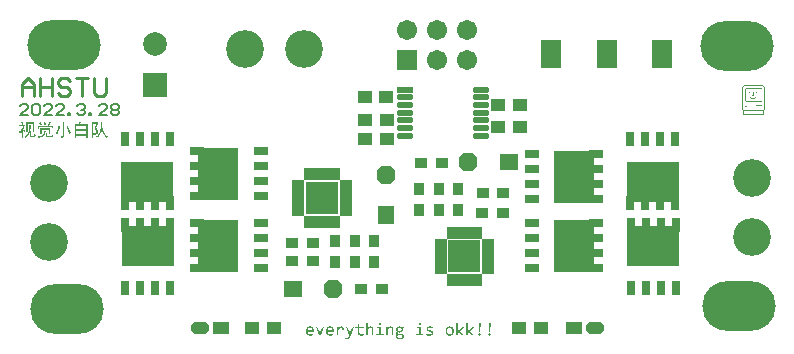
<source format=gts>
G04*
G04 #@! TF.GenerationSoftware,Altium Limited,Altium Designer,22.1.2 (22)*
G04*
G04 Layer_Color=8388736*
%FSLAX25Y25*%
%MOIN*%
G70*
G04*
G04 #@! TF.SameCoordinates,03C845ED-AF23-4815-B137-924D907A0311*
G04*
G04*
G04 #@! TF.FilePolarity,Negative*
G04*
G01*
G75*
%ADD10C,0.01000*%
%ADD33C,0.00709*%
%ADD34R,0.13600X0.17750*%
%ADD35R,0.04740X0.02760*%
%ADD36R,0.05800X0.04300*%
G04:AMPARAMS|DCode=37|XSize=58mil|YSize=43mil|CornerRadius=0mil|HoleSize=0mil|Usage=FLASHONLY|Rotation=0.000|XOffset=0mil|YOffset=0mil|HoleType=Round|Shape=Octagon|*
%AMOCTAGOND37*
4,1,8,0.02900,-0.01075,0.02900,0.01075,0.01825,0.02150,-0.01825,0.02150,-0.02900,0.01075,-0.02900,-0.01075,-0.01825,-0.02150,0.01825,-0.02150,0.02900,-0.01075,0.0*
%
%ADD37OCTAGOND37*%

%ADD38R,0.04800X0.03950*%
G04:AMPARAMS|DCode=39|XSize=63mil|YSize=58mil|CornerRadius=0mil|HoleSize=0mil|Usage=FLASHONLY|Rotation=0.000|XOffset=0mil|YOffset=0mil|HoleType=Round|Shape=Octagon|*
%AMOCTAGOND39*
4,1,8,0.03150,-0.01450,0.03150,0.01450,0.01700,0.02900,-0.01700,0.02900,-0.03150,0.01450,-0.03150,-0.01450,-0.01700,-0.02900,0.01700,-0.02900,0.03150,-0.01450,0.0*
%
%ADD39OCTAGOND39*%

%ADD40R,0.06300X0.05800*%
%ADD41R,0.04300X0.03800*%
%ADD42R,0.17750X0.13600*%
%ADD43R,0.02760X0.04740*%
%ADD44R,0.03950X0.01981*%
%ADD45R,0.01981X0.03950*%
%ADD46R,0.11036X0.11036*%
%ADD47R,0.03800X0.04300*%
G04:AMPARAMS|DCode=48|XSize=63mil|YSize=58mil|CornerRadius=0mil|HoleSize=0mil|Usage=FLASHONLY|Rotation=90.000|XOffset=0mil|YOffset=0mil|HoleType=Round|Shape=Octagon|*
%AMOCTAGOND48*
4,1,8,0.01450,0.03150,-0.01450,0.03150,-0.02900,0.01700,-0.02900,-0.01700,-0.01450,-0.03150,0.01450,-0.03150,0.02900,-0.01700,0.02900,0.01700,0.01450,0.03150,0.0*
%
%ADD48OCTAGOND48*%

%ADD49R,0.05800X0.06300*%
%ADD50R,0.05524X0.02060*%
%ADD51O,0.05524X0.02060*%
G04:AMPARAMS|DCode=52|XSize=244.22mil|YSize=165.48mil|CornerRadius=82.74mil|HoleSize=0mil|Usage=FLASHONLY|Rotation=180.000|XOffset=0mil|YOffset=0mil|HoleType=Round|Shape=RoundedRectangle|*
%AMROUNDEDRECTD52*
21,1,0.24422,0.00000,0,0,180.0*
21,1,0.07874,0.16548,0,0,180.0*
1,1,0.16548,-0.03937,0.00000*
1,1,0.16548,0.03937,0.00000*
1,1,0.16548,0.03937,0.00000*
1,1,0.16548,-0.03937,0.00000*
%
%ADD52ROUNDEDRECTD52*%
%ADD53C,0.12611*%
%ADD54R,0.07887X0.07887*%
%ADD55C,0.07887*%
%ADD56R,0.06706X0.09461*%
%ADD57R,0.06706X0.06706*%
%ADD58C,0.06706*%
G36*
X250445Y87138D02*
X250642D01*
Y87006D01*
X250664D01*
Y86853D01*
X250642D01*
Y86831D01*
X250620D01*
Y86809D01*
X250598D01*
Y86831D01*
X250248D01*
Y86853D01*
X250205D01*
Y86831D01*
X249898D01*
Y86853D01*
X249877D01*
Y86831D01*
X249789D01*
Y86853D01*
X249745D01*
Y86831D01*
X249330D01*
Y86809D01*
X249308D01*
Y86831D01*
X249067D01*
Y86809D01*
X249045D01*
Y86831D01*
X248477D01*
Y86809D01*
X248433D01*
Y86831D01*
X247623D01*
Y86853D01*
X247580D01*
Y86831D01*
X247470D01*
Y86809D01*
X247448D01*
Y86831D01*
X247339D01*
Y86853D01*
X247317D01*
Y86831D01*
X247164D01*
Y86853D01*
X247142D01*
Y86831D01*
X246727D01*
Y86853D01*
X246683D01*
Y86831D01*
X245808D01*
Y86853D01*
X245786D01*
Y86831D01*
X245130D01*
Y86809D01*
X245086D01*
Y86831D01*
X244955D01*
Y86853D01*
X244933D01*
Y86831D01*
X244670D01*
Y86809D01*
X244648D01*
Y86831D01*
X244583D01*
Y86809D01*
X244539D01*
Y86831D01*
X244473D01*
Y86853D01*
X244452D01*
Y86831D01*
X244145D01*
Y86787D01*
X244167D01*
Y86766D01*
X244145D01*
Y86744D01*
X244167D01*
Y86678D01*
X244145D01*
Y86525D01*
X243883D01*
Y86503D01*
X243839D01*
Y86219D01*
X243861D01*
Y86197D01*
X243839D01*
Y84972D01*
X243861D01*
Y84950D01*
X243839D01*
Y81756D01*
X243861D01*
Y81734D01*
X243839D01*
Y80903D01*
X243861D01*
Y80881D01*
X243839D01*
Y80706D01*
X243817D01*
Y80684D01*
X243839D01*
Y80597D01*
X243861D01*
Y80575D01*
X243839D01*
Y78803D01*
X243817D01*
Y78781D01*
X243620D01*
Y78759D01*
X243598D01*
Y78781D01*
X243533D01*
Y79394D01*
X243511D01*
Y79416D01*
X243533D01*
Y83331D01*
Y83353D01*
Y84075D01*
X243511D01*
Y84119D01*
X243533D01*
Y85541D01*
X243511D01*
Y85562D01*
X243533D01*
Y86503D01*
X243598D01*
Y86525D01*
X243839D01*
Y86547D01*
X243861D01*
Y86591D01*
X243839D01*
Y86809D01*
X243861D01*
Y86831D01*
X244123D01*
Y86853D01*
X244167D01*
Y86875D01*
X244145D01*
Y87072D01*
X244167D01*
Y87094D01*
X244145D01*
Y87116D01*
X244167D01*
Y87138D01*
X244277D01*
Y87159D01*
X244298D01*
Y87138D01*
X245589D01*
Y87159D01*
X245611D01*
Y87138D01*
X246114D01*
Y87159D01*
X246136D01*
Y87138D01*
X246267D01*
Y87159D01*
X246311D01*
Y87138D01*
X246377D01*
Y87159D01*
X246398D01*
Y87138D01*
X246464D01*
Y87159D01*
X246486D01*
Y87138D01*
X246792D01*
Y87159D01*
X246836D01*
Y87138D01*
X247602D01*
Y87159D01*
X247623D01*
Y87138D01*
X249264D01*
Y87159D01*
X249286D01*
Y87138D01*
X249461D01*
Y87159D01*
X249505D01*
Y87138D01*
X249745D01*
Y87159D01*
X249811D01*
Y87138D01*
X250161D01*
Y87159D01*
X250183D01*
Y87138D01*
X250292D01*
Y87159D01*
X250336D01*
Y87138D01*
X250423D01*
Y87159D01*
X250445D01*
Y87138D01*
D02*
G37*
G36*
X250970Y86809D02*
X250948D01*
Y86766D01*
X250970D01*
Y86700D01*
X250948D01*
Y86678D01*
X250970D01*
Y86547D01*
X250948D01*
Y86525D01*
X250686D01*
Y86547D01*
X250664D01*
Y86634D01*
X250642D01*
Y86678D01*
X250664D01*
Y86831D01*
X250970D01*
Y86809D01*
D02*
G37*
G36*
X251277Y85475D02*
X251298D01*
Y85453D01*
X251277D01*
Y78781D01*
X251255D01*
Y78759D01*
X251233D01*
Y78781D01*
X250970D01*
Y80006D01*
X250948D01*
Y80028D01*
X250970D01*
Y81362D01*
X250948D01*
Y81384D01*
X250970D01*
Y82281D01*
X250948D01*
Y82303D01*
X250970D01*
Y83484D01*
X250948D01*
Y83506D01*
X250970D01*
Y85191D01*
X250948D01*
Y85212D01*
X250970D01*
Y85366D01*
X250948D01*
Y85409D01*
X250970D01*
Y86525D01*
X251014D01*
Y86503D01*
X251036D01*
Y86525D01*
X251277D01*
Y85475D01*
D02*
G37*
G36*
X250030Y86000D02*
X250052D01*
Y85978D01*
X250030D01*
Y85891D01*
X250183D01*
Y85913D01*
X250314D01*
Y85891D01*
X250336D01*
Y85803D01*
X250358D01*
Y85738D01*
X250336D01*
Y85497D01*
X250358D01*
Y85409D01*
X250336D01*
Y85366D01*
X250358D01*
Y85234D01*
X250336D01*
Y85169D01*
X250358D01*
Y85103D01*
X250336D01*
Y84753D01*
X250358D01*
Y84709D01*
X250336D01*
Y84491D01*
X250358D01*
Y84469D01*
X250336D01*
Y84425D01*
X250358D01*
Y84294D01*
X250336D01*
Y84228D01*
X250358D01*
Y84206D01*
X250336D01*
Y83900D01*
X250358D01*
Y83878D01*
X250336D01*
Y83791D01*
X250358D01*
Y83747D01*
X250336D01*
Y83594D01*
X250358D01*
Y83572D01*
X250336D01*
Y83484D01*
X250358D01*
Y83463D01*
X250380D01*
Y83419D01*
X250358D01*
Y83397D01*
X250336D01*
Y83222D01*
X250358D01*
Y83178D01*
X250336D01*
Y83091D01*
X250358D01*
Y83069D01*
Y83047D01*
Y83003D01*
X250336D01*
Y82959D01*
X250358D01*
Y82872D01*
X250336D01*
Y82697D01*
X250358D01*
Y82675D01*
X250336D01*
Y82631D01*
X250358D01*
Y82434D01*
X250336D01*
Y82369D01*
X250358D01*
Y82303D01*
X250336D01*
Y82194D01*
X250358D01*
Y82041D01*
X250336D01*
Y81866D01*
X250270D01*
Y81888D01*
X250248D01*
Y81866D01*
X250161D01*
Y81888D01*
X250139D01*
Y81866D01*
X250095D01*
Y81888D01*
X250052D01*
Y81931D01*
X250030D01*
Y82041D01*
X250052D01*
Y82084D01*
X250030D01*
Y82128D01*
X250052D01*
Y82172D01*
X250030D01*
Y82281D01*
X250052D01*
Y82325D01*
X250030D01*
Y82478D01*
X250052D01*
Y82566D01*
X250030D01*
Y82609D01*
X250052D01*
Y82653D01*
X250030D01*
Y82697D01*
X250052D01*
Y82806D01*
X250030D01*
Y82828D01*
X250052D01*
Y82894D01*
X250030D01*
Y82938D01*
X250052D01*
Y83003D01*
X250030D01*
Y83156D01*
X250052D01*
Y83266D01*
X250030D01*
Y83419D01*
X250052D01*
Y83594D01*
X250030D01*
Y83659D01*
X250052D01*
Y83747D01*
X250030D01*
Y83900D01*
X250052D01*
Y83987D01*
X250030D01*
Y84075D01*
X250052D01*
Y84097D01*
X250030D01*
Y84119D01*
X250052D01*
Y84162D01*
X250030D01*
Y84250D01*
X250052D01*
Y84425D01*
X250030D01*
Y84447D01*
X250052D01*
Y84491D01*
X250030D01*
Y84600D01*
X250052D01*
Y84731D01*
X250030D01*
Y84753D01*
X250052D01*
Y84819D01*
X250030D01*
Y85081D01*
X250052D01*
Y85147D01*
X250030D01*
Y85256D01*
X250052D01*
Y85322D01*
X250030D01*
Y85366D01*
X250052D01*
Y85453D01*
X250030D01*
Y85650D01*
X250052D01*
Y85694D01*
X250030D01*
Y85891D01*
X249986D01*
Y85913D01*
X249920D01*
Y85891D01*
X249898D01*
Y85913D01*
X249855D01*
Y85891D01*
X249789D01*
Y85913D01*
X249767D01*
Y85891D01*
X249636D01*
Y85913D01*
X249330D01*
Y85891D01*
X249264D01*
Y85913D01*
X249067D01*
Y85891D01*
X249023D01*
Y85913D01*
X249002D01*
Y85891D01*
X248914D01*
Y85913D01*
X248848D01*
Y85891D01*
X248783D01*
Y85913D01*
X248717D01*
Y85891D01*
X248673D01*
Y85913D01*
X248542D01*
Y85891D01*
X248520D01*
Y85913D01*
X248498D01*
Y85891D01*
X248477D01*
Y85913D01*
X248105D01*
Y85891D01*
X247952D01*
Y85913D01*
X247470D01*
Y85891D01*
X247427D01*
Y85913D01*
X247405D01*
Y85891D01*
X247383D01*
Y85913D01*
X247033D01*
Y85891D01*
X246989D01*
Y85913D01*
X246945D01*
Y85891D01*
X246880D01*
Y85913D01*
X246770D01*
Y85891D01*
X246727D01*
Y85913D01*
X246661D01*
Y85891D01*
X246530D01*
Y85913D01*
X246486D01*
Y85891D01*
X246442D01*
Y85913D01*
X246355D01*
Y85891D01*
X246311D01*
Y85913D01*
X246245D01*
Y85891D01*
X246180D01*
Y85913D01*
X245873D01*
Y85891D01*
X245852D01*
Y85913D01*
X245786D01*
Y85891D01*
X245742D01*
Y85913D01*
X245677D01*
Y85891D01*
X245589D01*
Y85913D01*
X245567D01*
Y85891D01*
X245502D01*
Y85913D01*
X245283D01*
Y85891D01*
X245152D01*
Y85913D01*
X245086D01*
Y85891D01*
X245042D01*
Y85913D01*
X244758D01*
Y85934D01*
X244780D01*
Y86219D01*
X244889D01*
Y86197D01*
X244911D01*
Y86219D01*
X244977D01*
Y86197D01*
X244998D01*
Y86219D01*
X245086D01*
Y86197D01*
X245173D01*
Y86219D01*
X245195D01*
Y86197D01*
X245261D01*
Y86219D01*
X245305D01*
Y86197D01*
X245414D01*
Y86219D01*
X245480D01*
Y86197D01*
X245545D01*
Y86219D01*
X245567D01*
Y86197D01*
X245611D01*
Y86219D01*
X246136D01*
Y86197D01*
X246333D01*
Y86219D01*
X246377D01*
Y86197D01*
X246420D01*
Y86219D01*
X246486D01*
Y86197D01*
X246552D01*
Y86219D01*
X246705D01*
Y86197D01*
X246770D01*
Y86219D01*
X246858D01*
Y86197D01*
X246989D01*
Y86219D01*
X247120D01*
Y86197D01*
X247273D01*
Y86219D01*
X247317D01*
Y86197D01*
X247361D01*
Y86219D01*
X247470D01*
Y86197D01*
X247602D01*
Y86219D01*
X247733D01*
Y86197D01*
X247777D01*
Y86219D01*
X248039D01*
Y86197D01*
X248083D01*
Y86219D01*
X248323D01*
Y86197D01*
X248433D01*
Y86219D01*
X248630D01*
Y86197D01*
X248673D01*
Y86219D01*
X248761D01*
Y86197D01*
X248783D01*
Y86219D01*
X248892D01*
Y86197D01*
X248914D01*
Y86219D01*
X249002D01*
Y86197D01*
X249045D01*
Y86219D01*
X249461D01*
Y86197D01*
X249483D01*
Y86219D01*
X249570D01*
Y86197D01*
X249614D01*
Y86219D01*
X249833D01*
Y86197D01*
X249898D01*
Y86219D01*
X250030D01*
Y86000D01*
D02*
G37*
G36*
X248477Y84906D02*
X248498D01*
Y84841D01*
X248477D01*
Y84819D01*
X248498D01*
Y84731D01*
X248477D01*
Y84688D01*
X248498D01*
Y84578D01*
X248477D01*
Y84513D01*
X248498D01*
Y84403D01*
X248477D01*
Y84359D01*
X248170D01*
Y84928D01*
X248192D01*
Y84972D01*
X248302D01*
Y84994D01*
X248323D01*
Y84972D01*
X248455D01*
Y84994D01*
X248477D01*
Y84906D01*
D02*
G37*
G36*
X246311Y84884D02*
X246333D01*
Y84863D01*
X246311D01*
Y84819D01*
X246333D01*
Y84753D01*
X246311D01*
Y84709D01*
Y84688D01*
Y84534D01*
X246333D01*
Y84469D01*
X246311D01*
Y84447D01*
X246333D01*
Y84403D01*
X246311D01*
Y84359D01*
X246289D01*
Y84338D01*
X246245D01*
Y84359D01*
X246005D01*
Y84950D01*
X246027D01*
Y84972D01*
X246311D01*
Y84884D01*
D02*
G37*
G36*
X247558Y83419D02*
X247208D01*
Y83441D01*
X247186D01*
Y83419D01*
X247120D01*
Y83441D01*
X247098D01*
Y83419D01*
X247033D01*
Y83441D01*
X247011D01*
Y83419D01*
X246989D01*
Y83441D01*
X246923D01*
Y83463D01*
X246945D01*
Y83550D01*
X246923D01*
Y83594D01*
X246945D01*
Y83725D01*
X247186D01*
Y83747D01*
X247208D01*
Y83725D01*
X247230D01*
Y83747D01*
X247252D01*
Y83812D01*
X247230D01*
Y83834D01*
X247252D01*
Y84556D01*
X247230D01*
Y84600D01*
X247252D01*
Y84884D01*
X247230D01*
Y84928D01*
X247252D01*
Y84972D01*
X247558D01*
Y83419D01*
D02*
G37*
G36*
X248170Y82806D02*
X247864D01*
Y82894D01*
X247886D01*
Y82916D01*
X247864D01*
Y83113D01*
X248170D01*
Y82806D01*
D02*
G37*
G36*
X246617Y83091D02*
X246639D01*
Y82981D01*
X246617D01*
Y82938D01*
X246639D01*
Y82894D01*
X246617D01*
Y82828D01*
X246639D01*
Y82806D01*
X247186D01*
Y82784D01*
X247208D01*
Y82806D01*
X247864D01*
Y82500D01*
X247842D01*
Y82478D01*
X247798D01*
Y82500D01*
X247339D01*
Y82478D01*
X247317D01*
Y82500D01*
X246683D01*
Y82478D01*
X246661D01*
Y82500D01*
X246639D01*
Y82587D01*
X246617D01*
Y82631D01*
X246639D01*
Y82697D01*
X246617D01*
Y82784D01*
X246595D01*
Y82806D01*
X246377D01*
Y82784D01*
X246333D01*
Y82806D01*
X246311D01*
Y83003D01*
X246333D01*
Y83113D01*
X246617D01*
Y83091D01*
D02*
G37*
G36*
X244517Y85891D02*
X244758D01*
Y85869D01*
X244780D01*
Y85453D01*
X244758D01*
Y85409D01*
X244780D01*
Y85278D01*
X244758D01*
Y85147D01*
X244780D01*
Y85059D01*
X244758D01*
Y85016D01*
X244780D01*
Y84753D01*
X244758D01*
Y84731D01*
X244780D01*
Y84666D01*
X244758D01*
Y84600D01*
X244780D01*
Y84469D01*
X244758D01*
Y84425D01*
X244780D01*
Y84272D01*
X244758D01*
Y84228D01*
X244780D01*
Y84184D01*
X244758D01*
Y84141D01*
X244780D01*
Y84053D01*
X244758D01*
Y83987D01*
X244780D01*
Y83944D01*
X244758D01*
Y83922D01*
X244780D01*
Y83834D01*
X244758D01*
Y83791D01*
X244780D01*
Y83769D01*
X244758D01*
Y83725D01*
X244780D01*
Y83616D01*
X244758D01*
Y83594D01*
X244780D01*
Y83528D01*
X244758D01*
Y83463D01*
X244780D01*
Y83309D01*
X244758D01*
Y83222D01*
X244780D01*
Y83113D01*
X244758D01*
Y83025D01*
X244780D01*
Y82916D01*
X244758D01*
Y82850D01*
X244780D01*
Y82828D01*
X244758D01*
Y82806D01*
X244780D01*
Y82719D01*
X244758D01*
Y82697D01*
X244780D01*
Y82587D01*
X244758D01*
Y82544D01*
X244780D01*
Y82281D01*
X244758D01*
Y82216D01*
X244780D01*
Y82128D01*
X244758D01*
Y82106D01*
X244780D01*
Y82041D01*
X244758D01*
Y81997D01*
X244780D01*
Y81866D01*
X244802D01*
Y81888D01*
X244823D01*
Y81866D01*
X244933D01*
Y81888D01*
X244955D01*
Y81866D01*
X245195D01*
Y81888D01*
X245217D01*
Y81866D01*
X245261D01*
Y81888D01*
X245348D01*
Y81866D01*
X245392D01*
Y81888D01*
X245458D01*
Y81866D01*
X245545D01*
Y81888D01*
X245655D01*
Y81866D01*
X245698D01*
Y81888D01*
X245808D01*
Y81866D01*
X245939D01*
Y81888D01*
X246027D01*
Y81866D01*
X246070D01*
Y81888D01*
X246158D01*
Y81866D01*
X246245D01*
Y81888D01*
X246311D01*
Y81866D01*
X246377D01*
Y81888D01*
X246420D01*
Y81866D01*
X246486D01*
Y81888D01*
X246573D01*
Y81866D01*
X246595D01*
Y81888D01*
X246617D01*
Y81866D01*
X246639D01*
Y81888D01*
X246683D01*
Y81866D01*
X247011D01*
Y81888D01*
X247098D01*
Y81866D01*
X247317D01*
Y81888D01*
X247361D01*
Y81866D01*
X247448D01*
Y81888D01*
X247470D01*
Y81866D01*
X247536D01*
Y81888D01*
X247558D01*
Y81866D01*
X247711D01*
Y81888D01*
X247755D01*
Y81866D01*
X247798D01*
Y81888D01*
X247864D01*
Y81866D01*
X248039D01*
Y81888D01*
X248148D01*
Y81866D01*
X248214D01*
Y81888D01*
X248258D01*
Y81866D01*
X248564D01*
Y81888D01*
X248608D01*
Y81866D01*
X248673D01*
Y81888D01*
X248848D01*
Y81866D01*
X248936D01*
Y81888D01*
X249002D01*
Y81866D01*
X249155D01*
Y81888D01*
X249220D01*
Y81866D01*
X249330D01*
Y81888D01*
X249439D01*
Y81866D01*
X249483D01*
Y81888D01*
X249505D01*
Y81866D01*
X249548D01*
Y81888D01*
X249636D01*
Y81866D01*
X249658D01*
Y81888D01*
X249702D01*
Y81866D01*
X249877D01*
Y81888D01*
X249898D01*
Y81866D01*
X249942D01*
Y81888D01*
X249986D01*
Y81866D01*
X250030D01*
Y81734D01*
X250052D01*
Y81647D01*
X250030D01*
Y81559D01*
X245983D01*
Y81581D01*
X245961D01*
Y81559D01*
X245611D01*
Y81581D01*
X245589D01*
Y81559D01*
X244780D01*
Y81581D01*
X244758D01*
Y81647D01*
X244780D01*
Y81844D01*
X244758D01*
Y81866D01*
X244605D01*
Y81888D01*
X244473D01*
Y81931D01*
X244452D01*
Y81975D01*
X244473D01*
Y82019D01*
X244452D01*
Y82303D01*
X244473D01*
Y82325D01*
X244452D01*
Y82391D01*
X244473D01*
Y82631D01*
X244452D01*
Y82653D01*
X244473D01*
Y82719D01*
X244452D01*
Y82959D01*
X244473D01*
Y82981D01*
X244452D01*
Y83091D01*
X244473D01*
Y83244D01*
X244452D01*
Y83703D01*
X244473D01*
Y83834D01*
X244452D01*
Y83900D01*
X244473D01*
Y83944D01*
X244452D01*
Y84009D01*
X244473D01*
Y84162D01*
X244452D01*
Y84228D01*
X244473D01*
Y84294D01*
X244452D01*
Y84338D01*
X244473D01*
Y84381D01*
X244452D01*
Y84469D01*
X244473D01*
Y84513D01*
X244452D01*
Y84578D01*
X244473D01*
Y84600D01*
X244452D01*
Y84644D01*
X244473D01*
Y84688D01*
X244452D01*
Y84731D01*
X244473D01*
Y84753D01*
X244452D01*
Y84775D01*
X244473D01*
Y84863D01*
X244452D01*
Y84906D01*
X244473D01*
Y84972D01*
X244452D01*
Y84994D01*
X244473D01*
Y85037D01*
X244452D01*
Y85103D01*
X244473D01*
Y85147D01*
X244452D01*
Y85234D01*
X244473D01*
Y85344D01*
X244452D01*
Y85431D01*
X244473D01*
Y85475D01*
X244452D01*
Y85562D01*
X244473D01*
Y85694D01*
X244452D01*
Y85847D01*
X244473D01*
Y85913D01*
X244517D01*
Y85891D01*
D02*
G37*
G36*
X250030Y80028D02*
X250008D01*
Y80006D01*
X249964D01*
Y80028D01*
X249942D01*
Y80006D01*
X249877D01*
Y80028D01*
X249855D01*
Y80006D01*
X249811D01*
Y80028D01*
X249767D01*
Y80006D01*
X249702D01*
Y80028D01*
X249614D01*
Y80006D01*
X249461D01*
Y80028D01*
X249373D01*
Y80006D01*
X249286D01*
Y80028D01*
X249264D01*
Y80006D01*
X249002D01*
Y80028D01*
X248936D01*
Y80006D01*
X248870D01*
Y80028D01*
X248848D01*
Y80006D01*
X248717D01*
Y80028D01*
X248652D01*
Y80006D01*
X248608D01*
Y80028D01*
X248586D01*
Y80006D01*
X248477D01*
Y80028D01*
X248411D01*
Y80006D01*
X248192D01*
Y80028D01*
X248170D01*
Y80313D01*
X248345D01*
Y80334D01*
X248367D01*
Y80313D01*
X248695D01*
Y80334D01*
X248783D01*
Y80313D01*
X248848D01*
Y80334D01*
X248870D01*
Y80313D01*
X248980D01*
Y80334D01*
X249045D01*
Y80313D01*
X249177D01*
Y80334D01*
X249198D01*
Y80313D01*
X249286D01*
Y80334D01*
X249395D01*
Y80313D01*
X249439D01*
Y80334D01*
X249483D01*
Y80313D01*
X249592D01*
Y80334D01*
X249658D01*
Y80313D01*
X249723D01*
Y80334D01*
X249833D01*
Y80313D01*
X249920D01*
Y80334D01*
X250030D01*
Y80028D01*
D02*
G37*
G36*
X244998Y80006D02*
X245086D01*
Y79744D01*
X245064D01*
Y79700D01*
X244473D01*
Y79744D01*
X244452D01*
Y79897D01*
X244473D01*
Y79919D01*
X244452D01*
Y79962D01*
X244473D01*
Y80006D01*
X244605D01*
Y80028D01*
X244627D01*
Y80006D01*
X244648D01*
Y80028D01*
X244714D01*
Y80006D01*
X244977D01*
Y80028D01*
X244998D01*
Y80006D01*
D02*
G37*
G36*
X250927Y78759D02*
X250948D01*
Y78737D01*
X250970D01*
Y78541D01*
X250948D01*
Y78519D01*
X250970D01*
Y78169D01*
X250948D01*
Y78125D01*
X250970D01*
Y77906D01*
X250948D01*
Y77884D01*
X250970D01*
Y77556D01*
X250948D01*
Y77491D01*
X250970D01*
Y77228D01*
X249198D01*
Y77206D01*
X249177D01*
Y77228D01*
X246420D01*
Y77206D01*
X246398D01*
Y77228D01*
X245348D01*
Y77206D01*
X245327D01*
Y77228D01*
X245130D01*
Y77206D01*
X245086D01*
Y77228D01*
X243861D01*
Y77250D01*
X243839D01*
Y77425D01*
X243861D01*
Y77469D01*
X243839D01*
Y77556D01*
X243861D01*
Y77622D01*
X243839D01*
Y77884D01*
X243861D01*
Y77906D01*
X243839D01*
Y78081D01*
X243861D01*
Y78103D01*
X243839D01*
Y78169D01*
X243861D01*
Y78191D01*
X243839D01*
Y78737D01*
X243861D01*
Y78759D01*
X243905D01*
Y78781D01*
X243948D01*
Y78759D01*
X244014D01*
Y78781D01*
X244080D01*
Y78759D01*
X244255D01*
Y78781D01*
X244364D01*
Y78759D01*
X244408D01*
Y78781D01*
X244495D01*
Y78759D01*
X244583D01*
Y78781D01*
X244627D01*
Y78759D01*
X244648D01*
Y78781D01*
X244692D01*
Y78759D01*
X244758D01*
Y78781D01*
X244889D01*
Y78759D01*
X244911D01*
Y78781D01*
X245020D01*
Y78759D01*
X245064D01*
Y78781D01*
X245173D01*
Y78759D01*
X245195D01*
Y78781D01*
X245370D01*
Y78759D01*
X245589D01*
Y78781D01*
X245633D01*
Y78759D01*
X245698D01*
Y78781D01*
X245961D01*
Y78759D01*
X246005D01*
Y78781D01*
X246092D01*
Y78759D01*
X246136D01*
Y78781D01*
X246377D01*
Y78759D01*
X246420D01*
Y78781D01*
X246530D01*
Y78759D01*
X246573D01*
Y78781D01*
X246814D01*
Y78759D01*
X246923D01*
Y78781D01*
X246989D01*
Y78759D01*
X247033D01*
Y78781D01*
X247470D01*
Y78759D01*
X247536D01*
Y78781D01*
X247558D01*
Y78759D01*
X247602D01*
Y78781D01*
X247711D01*
Y78759D01*
X247733D01*
Y78781D01*
X247952D01*
Y78759D01*
X247973D01*
Y78781D01*
X248127D01*
Y78759D01*
X248148D01*
Y78781D01*
X248214D01*
Y78759D01*
X248236D01*
Y78781D01*
X248280D01*
Y78759D01*
X248302D01*
Y78781D01*
X248323D01*
Y78759D01*
X248367D01*
Y78781D01*
X248564D01*
Y78759D01*
X248630D01*
Y78781D01*
X248673D01*
Y78759D01*
X248761D01*
Y78781D01*
X248848D01*
Y78759D01*
X248892D01*
Y78781D01*
X248958D01*
Y78759D01*
X249133D01*
Y78781D01*
X249198D01*
Y78759D01*
X249242D01*
Y78781D01*
X249264D01*
Y78759D01*
X249330D01*
Y78781D01*
X249527D01*
Y78759D01*
X249570D01*
Y78781D01*
X250139D01*
Y78759D01*
X250183D01*
Y78781D01*
X250358D01*
Y78759D01*
X250423D01*
Y78781D01*
X250927D01*
Y78759D01*
D02*
G37*
G36*
X136160Y7844D02*
X136213Y7837D01*
X136265Y7818D01*
X136272D01*
X136278Y7811D01*
X136311Y7791D01*
X136351Y7765D01*
X136390Y7726D01*
X136403Y7719D01*
X136423Y7693D01*
X136455Y7654D01*
X136482Y7601D01*
X136488Y7588D01*
X136501Y7555D01*
X136508Y7503D01*
X136514Y7444D01*
Y7437D01*
Y7430D01*
X136508Y7391D01*
X136501Y7339D01*
X136482Y7286D01*
X136475Y7273D01*
X136455Y7240D01*
X136429Y7201D01*
X136390Y7155D01*
X136383Y7148D01*
X136357Y7122D01*
X136318Y7096D01*
X136265Y7070D01*
X136252Y7063D01*
X136219Y7057D01*
X136167Y7050D01*
X136108Y7044D01*
X136095D01*
X136055Y7050D01*
X136003Y7057D01*
X135950Y7070D01*
X135937Y7076D01*
X135904Y7096D01*
X135865Y7122D01*
X135819Y7155D01*
X135813Y7168D01*
X135786Y7194D01*
X135760Y7234D01*
X135734Y7286D01*
Y7293D01*
X135727Y7299D01*
X135721Y7332D01*
X135714Y7385D01*
X135708Y7444D01*
Y7450D01*
Y7457D01*
X135714Y7496D01*
X135721Y7549D01*
X135734Y7601D01*
Y7608D01*
X135740Y7614D01*
X135760Y7647D01*
X135786Y7686D01*
X135819Y7726D01*
X135832Y7739D01*
X135859Y7758D01*
X135898Y7791D01*
X135950Y7818D01*
X135957D01*
X135963Y7824D01*
X135996Y7837D01*
X136049Y7844D01*
X136108Y7850D01*
X136121D01*
X136160Y7844D01*
D02*
G37*
G36*
X122857D02*
X122909Y7837D01*
X122961Y7818D01*
X122968D01*
X122975Y7811D01*
X123007Y7791D01*
X123047Y7765D01*
X123086Y7726D01*
X123099Y7719D01*
X123119Y7693D01*
X123152Y7654D01*
X123178Y7601D01*
X123185Y7588D01*
X123198Y7555D01*
X123204Y7503D01*
X123211Y7444D01*
Y7437D01*
Y7430D01*
X123204Y7391D01*
X123198Y7339D01*
X123178Y7286D01*
X123171Y7273D01*
X123152Y7240D01*
X123126Y7201D01*
X123086Y7155D01*
X123080Y7148D01*
X123053Y7122D01*
X123014Y7096D01*
X122961Y7070D01*
X122948Y7063D01*
X122916Y7057D01*
X122863Y7050D01*
X122804Y7044D01*
X122791D01*
X122752Y7050D01*
X122699Y7057D01*
X122647Y7070D01*
X122634Y7076D01*
X122601Y7096D01*
X122561Y7122D01*
X122515Y7155D01*
X122509Y7168D01*
X122483Y7194D01*
X122456Y7234D01*
X122430Y7286D01*
Y7293D01*
X122424Y7299D01*
X122417Y7332D01*
X122411Y7385D01*
X122404Y7444D01*
Y7450D01*
Y7457D01*
X122411Y7496D01*
X122417Y7549D01*
X122430Y7601D01*
Y7608D01*
X122437Y7614D01*
X122456Y7647D01*
X122483Y7686D01*
X122515Y7726D01*
X122529Y7739D01*
X122555Y7758D01*
X122594Y7791D01*
X122647Y7818D01*
X122653D01*
X122660Y7824D01*
X122693Y7837D01*
X122745Y7844D01*
X122804Y7850D01*
X122817D01*
X122857Y7844D01*
D02*
G37*
G36*
X126478Y6656D02*
X126511D01*
X126556Y6650D01*
X126661Y6630D01*
X126773Y6597D01*
X126884Y6545D01*
X126996Y6479D01*
X127094Y6387D01*
X127107Y6374D01*
X127134Y6335D01*
X127166Y6276D01*
X127212Y6184D01*
X127258Y6073D01*
X127291Y5928D01*
X127317Y5764D01*
X127331Y5574D01*
Y3645D01*
X126819D01*
Y5535D01*
Y5541D01*
Y5548D01*
Y5567D01*
Y5594D01*
X126812Y5653D01*
X126806Y5731D01*
X126786Y5810D01*
X126766Y5895D01*
X126734Y5981D01*
X126688Y6046D01*
X126681Y6053D01*
X126661Y6073D01*
X126635Y6099D01*
X126589Y6132D01*
X126537Y6165D01*
X126471Y6191D01*
X126392Y6210D01*
X126301Y6217D01*
X126268D01*
X126242Y6210D01*
X126176Y6204D01*
X126110Y6184D01*
X126104D01*
X126097Y6178D01*
X126058Y6165D01*
X125999Y6132D01*
X125927Y6086D01*
X125920D01*
X125907Y6073D01*
X125887Y6059D01*
X125861Y6040D01*
X125795Y5981D01*
X125710Y5902D01*
X125704Y5895D01*
X125690Y5882D01*
X125671Y5856D01*
X125638Y5823D01*
X125599Y5777D01*
X125559Y5725D01*
X125513Y5672D01*
X125461Y5607D01*
Y3645D01*
X124949D01*
Y6611D01*
X125402D01*
X125422Y6132D01*
X125428Y6138D01*
X125441Y6158D01*
X125467Y6184D01*
X125500Y6217D01*
X125585Y6302D01*
X125671Y6381D01*
X125677Y6387D01*
X125690Y6401D01*
X125717Y6420D01*
X125750Y6440D01*
X125822Y6493D01*
X125907Y6545D01*
X125914D01*
X125927Y6558D01*
X125953Y6565D01*
X125979Y6584D01*
X126058Y6611D01*
X126143Y6637D01*
X126150D01*
X126163Y6643D01*
X126189D01*
X126222Y6650D01*
X126307Y6656D01*
X126399Y6663D01*
X126445D01*
X126478Y6656D01*
D02*
G37*
G36*
X139742D02*
X139808D01*
X139959Y6643D01*
X139965D01*
X139998Y6637D01*
X140037D01*
X140096Y6630D01*
X140162Y6617D01*
X140234Y6611D01*
X140319Y6591D01*
X140405Y6578D01*
Y6118D01*
X140391D01*
X140365Y6132D01*
X140319Y6138D01*
X140254Y6151D01*
X140188Y6165D01*
X140109Y6178D01*
X139945Y6204D01*
X139939D01*
X139906Y6210D01*
X139867Y6217D01*
X139814Y6224D01*
X139755D01*
X139696Y6230D01*
X139565Y6237D01*
X139499D01*
X139453Y6230D01*
X139348Y6224D01*
X139243Y6204D01*
X139237D01*
X139224Y6197D01*
X139198Y6191D01*
X139165Y6184D01*
X139099Y6151D01*
X139027Y6118D01*
X139014Y6112D01*
X138981Y6086D01*
X138948Y6046D01*
X138915Y6001D01*
X138909Y5987D01*
X138902Y5954D01*
X138889Y5909D01*
X138883Y5850D01*
Y5843D01*
Y5836D01*
X138889Y5804D01*
X138896Y5758D01*
X138909Y5705D01*
X138915Y5692D01*
X138935Y5666D01*
X138974Y5627D01*
X139027Y5581D01*
X139033D01*
X139040Y5567D01*
X139060Y5561D01*
X139086Y5541D01*
X139125Y5522D01*
X139165Y5502D01*
X139211Y5482D01*
X139263Y5456D01*
X139270D01*
X139289Y5443D01*
X139322Y5436D01*
X139368Y5417D01*
X139427Y5397D01*
X139493Y5377D01*
X139565Y5358D01*
X139650Y5331D01*
X139663Y5325D01*
X139696Y5318D01*
X139742Y5305D01*
X139808Y5279D01*
X139880Y5259D01*
X139952Y5226D01*
X140024Y5200D01*
X140096Y5167D01*
X140103Y5161D01*
X140129Y5154D01*
X140155Y5135D01*
X140201Y5115D01*
X140293Y5049D01*
X140385Y4977D01*
X140391Y4971D01*
X140405Y4957D01*
X140424Y4938D01*
X140451Y4911D01*
X140503Y4839D01*
X140529Y4793D01*
X140549Y4747D01*
Y4741D01*
X140555Y4728D01*
X140569Y4695D01*
X140575Y4662D01*
X140588Y4616D01*
X140595Y4570D01*
X140601Y4452D01*
Y4446D01*
Y4426D01*
Y4393D01*
X140595Y4360D01*
X140575Y4269D01*
X140542Y4170D01*
Y4164D01*
X140536Y4151D01*
X140523Y4124D01*
X140503Y4098D01*
X140457Y4026D01*
X140398Y3947D01*
X140391Y3941D01*
X140385Y3934D01*
X140365Y3914D01*
X140339Y3895D01*
X140267Y3842D01*
X140182Y3783D01*
X140175D01*
X140162Y3770D01*
X140136Y3763D01*
X140103Y3744D01*
X140024Y3711D01*
X139926Y3678D01*
X139919D01*
X139906Y3672D01*
X139873Y3665D01*
X139840Y3659D01*
X139801Y3645D01*
X139749Y3639D01*
X139644Y3619D01*
X139637D01*
X139617Y3613D01*
X139591D01*
X139552Y3606D01*
X139467Y3599D01*
X139362Y3593D01*
X139250D01*
X139178Y3599D01*
X139093D01*
X139001Y3606D01*
X138804Y3619D01*
X138791D01*
X138765Y3626D01*
X138712Y3632D01*
X138653Y3639D01*
X138574Y3652D01*
X138496Y3665D01*
X138319Y3704D01*
Y4177D01*
X138332D01*
X138364Y4164D01*
X138410Y4151D01*
X138476Y4131D01*
X138555Y4111D01*
X138640Y4092D01*
X138830Y4059D01*
X138843D01*
X138876Y4052D01*
X138922Y4046D01*
X138988D01*
X139066Y4039D01*
X139152Y4033D01*
X139342Y4026D01*
X139401D01*
X139467Y4033D01*
X139545Y4039D01*
X139637Y4052D01*
X139729Y4065D01*
X139814Y4092D01*
X139886Y4124D01*
X139893Y4131D01*
X139913Y4144D01*
X139945Y4164D01*
X139978Y4197D01*
X140011Y4236D01*
X140044Y4288D01*
X140063Y4347D01*
X140070Y4413D01*
Y4420D01*
Y4426D01*
X140063Y4459D01*
X140057Y4505D01*
X140037Y4551D01*
X140031Y4564D01*
X140017Y4590D01*
X139985Y4629D01*
X139932Y4675D01*
X139919Y4688D01*
X139899Y4695D01*
X139880Y4715D01*
X139847Y4728D01*
X139808Y4747D01*
X139755Y4774D01*
X139703Y4793D01*
X139696D01*
X139676Y4807D01*
X139644Y4820D01*
X139591Y4839D01*
X139532Y4859D01*
X139460Y4885D01*
X139381Y4911D01*
X139283Y4938D01*
X139276D01*
X139250Y4951D01*
X139211Y4957D01*
X139165Y4977D01*
X139106Y4997D01*
X139047Y5017D01*
X138915Y5069D01*
X138909Y5076D01*
X138889Y5082D01*
X138856Y5102D01*
X138817Y5121D01*
X138719Y5174D01*
X138620Y5246D01*
X138614Y5253D01*
X138601Y5266D01*
X138574Y5285D01*
X138548Y5318D01*
X138482Y5390D01*
X138423Y5489D01*
Y5495D01*
X138410Y5515D01*
X138404Y5541D01*
X138391Y5581D01*
X138377Y5627D01*
X138371Y5686D01*
X138358Y5751D01*
Y5817D01*
Y5823D01*
Y5836D01*
Y5863D01*
X138364Y5895D01*
X138371Y5935D01*
X138377Y5981D01*
X138410Y6086D01*
Y6092D01*
X138423Y6112D01*
X138437Y6138D01*
X138456Y6178D01*
X138482Y6217D01*
X138515Y6263D01*
X138561Y6315D01*
X138607Y6361D01*
X138614Y6368D01*
X138633Y6381D01*
X138666Y6407D01*
X138706Y6440D01*
X138758Y6473D01*
X138824Y6506D01*
X138896Y6545D01*
X138981Y6578D01*
X138994Y6584D01*
X139027Y6591D01*
X139073Y6604D01*
X139145Y6624D01*
X139230Y6637D01*
X139329Y6650D01*
X139447Y6656D01*
X139571Y6663D01*
X139690D01*
X139742Y6656D01*
D02*
G37*
G36*
X110032D02*
X110065D01*
X110110Y6650D01*
X110215Y6624D01*
X110327Y6591D01*
X110439Y6538D01*
X110550Y6460D01*
X110602Y6414D01*
X110648Y6361D01*
X110661Y6348D01*
X110668Y6329D01*
X110688Y6309D01*
X110701Y6276D01*
X110721Y6237D01*
X110747Y6191D01*
X110766Y6138D01*
X110786Y6079D01*
X110806Y6020D01*
X110826Y5948D01*
X110845Y5869D01*
X110858Y5777D01*
X110865Y5686D01*
X110871Y5587D01*
Y5482D01*
X110353D01*
Y5489D01*
Y5502D01*
Y5522D01*
Y5548D01*
X110347Y5613D01*
X110340Y5692D01*
X110327Y5784D01*
X110307Y5876D01*
X110275Y5968D01*
X110235Y6040D01*
X110229Y6046D01*
X110215Y6066D01*
X110183Y6099D01*
X110143Y6132D01*
X110091Y6158D01*
X110032Y6191D01*
X109960Y6210D01*
X109874Y6217D01*
X109835D01*
X109815Y6210D01*
X109750Y6204D01*
X109671Y6178D01*
X109664D01*
X109651Y6171D01*
X109632Y6165D01*
X109605Y6151D01*
X109533Y6112D01*
X109455Y6059D01*
X109448Y6053D01*
X109435Y6046D01*
X109415Y6027D01*
X109382Y6007D01*
X109310Y5935D01*
X109218Y5850D01*
X109212Y5843D01*
X109199Y5830D01*
X109172Y5804D01*
X109140Y5764D01*
X109100Y5718D01*
X109054Y5672D01*
X109008Y5613D01*
X108956Y5548D01*
Y3645D01*
X108438D01*
Y6611D01*
X108903D01*
X108917Y6059D01*
Y6066D01*
X108930Y6073D01*
X108963Y6112D01*
X109015Y6165D01*
X109081Y6237D01*
X109159Y6309D01*
X109245Y6387D01*
X109336Y6460D01*
X109435Y6519D01*
X109448Y6525D01*
X109481Y6538D01*
X109527Y6565D01*
X109599Y6591D01*
X109671Y6617D01*
X109763Y6643D01*
X109855Y6656D01*
X109953Y6663D01*
X109999D01*
X110032Y6656D01*
D02*
G37*
G36*
X159619Y4780D02*
X159166D01*
X159081Y7818D01*
X159704D01*
X159619Y4780D01*
D02*
G37*
G36*
X156293D02*
X155840D01*
X155755Y7818D01*
X156378D01*
X156293Y4780D01*
D02*
G37*
G36*
X129554Y6656D02*
X129627Y6643D01*
X129646D01*
X129685Y6637D01*
X129745Y6624D01*
X129804Y6611D01*
X130879D01*
Y6191D01*
X130401D01*
X130407Y6184D01*
X130414Y6171D01*
X130433Y6151D01*
X130447Y6118D01*
X130492Y6046D01*
X130532Y5948D01*
Y5941D01*
X130538Y5922D01*
X130545Y5895D01*
X130558Y5863D01*
X130565Y5817D01*
X130571Y5764D01*
X130578Y5653D01*
Y5640D01*
Y5613D01*
X130571Y5567D01*
X130565Y5515D01*
X130558Y5449D01*
X130545Y5377D01*
X130519Y5305D01*
X130492Y5233D01*
X130486Y5226D01*
X130479Y5200D01*
X130460Y5167D01*
X130433Y5121D01*
X130394Y5069D01*
X130355Y5017D01*
X130309Y4957D01*
X130250Y4905D01*
X130243Y4898D01*
X130223Y4885D01*
X130191Y4859D01*
X130145Y4826D01*
X130092Y4793D01*
X130033Y4761D01*
X129961Y4728D01*
X129882Y4695D01*
X129876D01*
X129843Y4682D01*
X129804Y4675D01*
X129745Y4662D01*
X129679Y4649D01*
X129600Y4636D01*
X129508Y4629D01*
X129417Y4623D01*
X129351D01*
X129305Y4629D01*
X129253D01*
X129193Y4642D01*
X129069Y4662D01*
X129062D01*
X129043Y4669D01*
X129010Y4675D01*
X128977Y4688D01*
X128892Y4721D01*
X128852Y4741D01*
X128813Y4761D01*
Y4754D01*
X128806Y4747D01*
X128780Y4708D01*
X128754Y4656D01*
X128721Y4603D01*
X128715Y4590D01*
X128708Y4557D01*
X128695Y4505D01*
X128688Y4439D01*
Y4433D01*
Y4420D01*
X128695Y4400D01*
X128701Y4374D01*
X128715Y4341D01*
X128734Y4308D01*
X128761Y4275D01*
X128793Y4249D01*
X128800D01*
X128813Y4236D01*
X128839Y4223D01*
X128866Y4210D01*
X128911Y4197D01*
X128957Y4183D01*
X129010Y4177D01*
X129075Y4170D01*
X129856Y4137D01*
X129935D01*
X129994Y4131D01*
X130053Y4124D01*
X130125Y4118D01*
X130263Y4085D01*
X130269D01*
X130296Y4078D01*
X130328Y4065D01*
X130374Y4046D01*
X130479Y4000D01*
X130584Y3934D01*
X130591Y3928D01*
X130604Y3921D01*
X130630Y3895D01*
X130663Y3869D01*
X130729Y3796D01*
X130794Y3704D01*
X130801Y3698D01*
X130807Y3678D01*
X130820Y3652D01*
X130833Y3619D01*
X130847Y3573D01*
X130860Y3514D01*
X130873Y3455D01*
Y3390D01*
Y3383D01*
Y3357D01*
X130866Y3317D01*
X130860Y3272D01*
X130853Y3212D01*
X130833Y3147D01*
X130814Y3081D01*
X130781Y3016D01*
X130774Y3009D01*
X130768Y2989D01*
X130742Y2950D01*
X130715Y2911D01*
X130683Y2865D01*
X130637Y2812D01*
X130584Y2760D01*
X130519Y2707D01*
X130512Y2701D01*
X130486Y2688D01*
X130447Y2661D01*
X130394Y2629D01*
X130328Y2596D01*
X130256Y2557D01*
X130164Y2524D01*
X130066Y2491D01*
X130053Y2484D01*
X130020Y2478D01*
X129961Y2465D01*
X129882Y2451D01*
X129784Y2432D01*
X129679Y2419D01*
X129554Y2412D01*
X129417Y2406D01*
X129358D01*
X129292Y2412D01*
X129207D01*
X129108Y2419D01*
X129003Y2432D01*
X128898Y2445D01*
X128800Y2465D01*
X128787D01*
X128761Y2478D01*
X128715Y2491D01*
X128656Y2510D01*
X128590Y2530D01*
X128518Y2557D01*
X128452Y2589D01*
X128387Y2629D01*
X128380Y2635D01*
X128360Y2648D01*
X128334Y2668D01*
X128295Y2694D01*
X128255Y2734D01*
X128216Y2773D01*
X128183Y2819D01*
X128150Y2871D01*
Y2878D01*
X128137Y2898D01*
X128131Y2924D01*
X128118Y2963D01*
X128105Y3009D01*
X128091Y3062D01*
X128085Y3121D01*
X128078Y3180D01*
Y3186D01*
Y3212D01*
X128085Y3252D01*
X128091Y3304D01*
X128105Y3363D01*
X128118Y3429D01*
X128144Y3488D01*
X128177Y3554D01*
X128183Y3560D01*
X128196Y3580D01*
X128216Y3613D01*
X128255Y3652D01*
X128295Y3698D01*
X128347Y3750D01*
X128413Y3803D01*
X128485Y3862D01*
X128472Y3869D01*
X128439Y3888D01*
X128400Y3914D01*
X128354Y3947D01*
X128347Y3960D01*
X128321Y3986D01*
X128295Y4019D01*
X128262Y4065D01*
X128255Y4078D01*
X128242Y4105D01*
X128229Y4151D01*
X128209Y4203D01*
Y4210D01*
Y4216D01*
X128203Y4249D01*
X128196Y4295D01*
Y4341D01*
Y4347D01*
Y4374D01*
X128203Y4406D01*
X128209Y4459D01*
X128216Y4511D01*
X128236Y4570D01*
X128255Y4629D01*
X128282Y4688D01*
X128288Y4695D01*
X128301Y4715D01*
X128314Y4747D01*
X128341Y4787D01*
X128374Y4833D01*
X128406Y4885D01*
X128492Y4997D01*
X128485Y5010D01*
X128459Y5036D01*
X128426Y5082D01*
X128393Y5128D01*
X128387Y5141D01*
X128367Y5167D01*
X128347Y5213D01*
X128321Y5266D01*
Y5272D01*
X128314Y5279D01*
X128301Y5318D01*
X128288Y5371D01*
X128275Y5430D01*
Y5436D01*
Y5443D01*
X128269Y5463D01*
Y5489D01*
X128262Y5548D01*
Y5627D01*
Y5640D01*
Y5666D01*
X128269Y5712D01*
X128275Y5764D01*
X128282Y5830D01*
X128295Y5902D01*
X128314Y5974D01*
X128341Y6046D01*
X128347Y6053D01*
X128354Y6079D01*
X128374Y6112D01*
X128400Y6158D01*
X128439Y6210D01*
X128479Y6263D01*
X128524Y6322D01*
X128577Y6374D01*
X128583Y6381D01*
X128603Y6394D01*
X128636Y6420D01*
X128682Y6453D01*
X128734Y6486D01*
X128793Y6519D01*
X128866Y6551D01*
X128944Y6584D01*
X128957Y6591D01*
X128984Y6597D01*
X129030Y6611D01*
X129082Y6624D01*
X129154Y6637D01*
X129233Y6650D01*
X129325Y6663D01*
X129482D01*
X129554Y6656D01*
D02*
G37*
G36*
X113272Y3960D02*
Y3954D01*
X113266Y3941D01*
X113259Y3921D01*
X113246Y3895D01*
X113213Y3816D01*
X113174Y3724D01*
X113121Y3619D01*
X113069Y3501D01*
X113010Y3383D01*
X112944Y3272D01*
X112938Y3258D01*
X112918Y3226D01*
X112885Y3167D01*
X112839Y3101D01*
X112787Y3022D01*
X112721Y2943D01*
X112656Y2865D01*
X112584Y2786D01*
X112577Y2780D01*
X112551Y2753D01*
X112511Y2720D01*
X112459Y2681D01*
X112393Y2635D01*
X112321Y2589D01*
X112236Y2550D01*
X112151Y2510D01*
X112137Y2504D01*
X112111Y2497D01*
X112059Y2484D01*
X111993Y2465D01*
X111915Y2445D01*
X111829Y2432D01*
X111724Y2425D01*
X111619Y2419D01*
X111527D01*
X111475Y2425D01*
X111396D01*
X111344Y2432D01*
Y2898D01*
X111357D01*
X111383Y2891D01*
X111429D01*
X111481Y2884D01*
X111495D01*
X111534Y2878D01*
X111586Y2871D01*
X111698D01*
X111731Y2878D01*
X111823Y2891D01*
X111915Y2917D01*
X111921D01*
X111934Y2924D01*
X111960Y2937D01*
X111993Y2950D01*
X112065Y2989D01*
X112144Y3049D01*
X112151Y3055D01*
X112164Y3068D01*
X112183Y3088D01*
X112210Y3114D01*
X112242Y3147D01*
X112282Y3193D01*
X112354Y3291D01*
X112361Y3298D01*
X112374Y3317D01*
X112393Y3350D01*
X112420Y3390D01*
X112446Y3442D01*
X112479Y3508D01*
X112518Y3573D01*
X112551Y3645D01*
X111370Y6611D01*
X111954D01*
X112702Y4642D01*
X112853Y4183D01*
X113023Y4656D01*
X113718Y6611D01*
X114283D01*
X113272Y3960D01*
D02*
G37*
G36*
X103137Y3645D02*
X102547D01*
X101386Y6611D01*
X101970D01*
X102698Y4642D01*
X102855Y4164D01*
X103019Y4656D01*
X103741Y6611D01*
X104305D01*
X103137Y3645D01*
D02*
G37*
G36*
X152134Y5253D02*
X153465Y6611D01*
X154148D01*
X152757Y5240D01*
X154227Y3645D01*
X153518D01*
X152134Y5233D01*
Y3645D01*
X151622D01*
Y7818D01*
X152134D01*
Y5253D01*
D02*
G37*
G36*
X148808D02*
X150140Y6611D01*
X150822D01*
X149431Y5240D01*
X150901Y3645D01*
X150192D01*
X148808Y5233D01*
Y3645D01*
X148296D01*
Y7818D01*
X148808D01*
Y5253D01*
D02*
G37*
G36*
X136449Y4072D02*
X137335D01*
Y3645D01*
X134960D01*
Y4072D01*
X135931D01*
Y6184D01*
X135058D01*
Y6611D01*
X136449D01*
Y4072D01*
D02*
G37*
G36*
X123145D02*
X124031D01*
Y3645D01*
X121656D01*
Y4072D01*
X122627D01*
Y6184D01*
X121755D01*
Y6611D01*
X123145D01*
Y4072D01*
D02*
G37*
G36*
X118809Y6604D02*
X118789Y6138D01*
X118796Y6145D01*
X118809Y6165D01*
X118835Y6191D01*
X118861Y6224D01*
X118940Y6302D01*
X119026Y6381D01*
X119032Y6387D01*
X119045Y6401D01*
X119071Y6420D01*
X119098Y6440D01*
X119170Y6493D01*
X119255Y6545D01*
X119262D01*
X119275Y6558D01*
X119301Y6565D01*
X119327Y6578D01*
X119406Y6604D01*
X119491Y6630D01*
X119498D01*
X119511Y6637D01*
X119537Y6643D01*
X119570Y6650D01*
X119655Y6656D01*
X119747Y6663D01*
X119793D01*
X119819Y6656D01*
X119859D01*
X119898Y6650D01*
X120003Y6630D01*
X120115Y6597D01*
X120226Y6545D01*
X120337Y6479D01*
X120436Y6387D01*
X120449Y6374D01*
X120475Y6335D01*
X120515Y6276D01*
X120561Y6184D01*
X120600Y6073D01*
X120639Y5928D01*
X120666Y5764D01*
X120679Y5574D01*
Y3645D01*
X120167D01*
Y5535D01*
Y5541D01*
Y5548D01*
Y5594D01*
X120160Y5653D01*
X120154Y5725D01*
X120134Y5810D01*
X120115Y5895D01*
X120082Y5974D01*
X120036Y6046D01*
X120029Y6053D01*
X120010Y6073D01*
X119983Y6099D01*
X119944Y6132D01*
X119891Y6165D01*
X119826Y6191D01*
X119754Y6210D01*
X119668Y6217D01*
X119629D01*
X119603Y6210D01*
X119544Y6204D01*
X119472Y6184D01*
X119465D01*
X119458Y6178D01*
X119439Y6171D01*
X119413Y6165D01*
X119353Y6132D01*
X119281Y6086D01*
X119275D01*
X119268Y6073D01*
X119249Y6059D01*
X119222Y6040D01*
X119157Y5981D01*
X119071Y5902D01*
X119065Y5895D01*
X119052Y5882D01*
X119026Y5856D01*
X118999Y5823D01*
X118960Y5777D01*
X118914Y5725D01*
X118861Y5672D01*
X118809Y5607D01*
Y3645D01*
X118297D01*
Y7818D01*
X118809D01*
Y6604D01*
D02*
G37*
G36*
X116021Y6611D02*
X117359D01*
Y6178D01*
X116021D01*
Y4669D01*
Y4662D01*
Y4656D01*
Y4616D01*
X116028Y4564D01*
X116041Y4492D01*
X116060Y4413D01*
X116093Y4334D01*
X116133Y4262D01*
X116192Y4197D01*
X116198Y4190D01*
X116224Y4170D01*
X116264Y4144D01*
X116316Y4118D01*
X116388Y4092D01*
X116474Y4065D01*
X116572Y4046D01*
X116690Y4039D01*
X116782D01*
X116828Y4046D01*
X116887D01*
X117005Y4059D01*
X117012D01*
X117038Y4065D01*
X117071D01*
X117117Y4078D01*
X117169Y4085D01*
X117228Y4098D01*
X117359Y4131D01*
Y3685D01*
X117353D01*
X117326Y3678D01*
X117294Y3672D01*
X117248Y3665D01*
X117189Y3652D01*
X117130Y3645D01*
X116992Y3626D01*
X116959D01*
X116926Y3619D01*
X116874D01*
X116821Y3613D01*
X116756D01*
X116618Y3606D01*
X116566D01*
X116526Y3613D01*
X116480D01*
X116428Y3619D01*
X116303Y3639D01*
X116172Y3665D01*
X116034Y3711D01*
X115903Y3770D01*
X115837Y3809D01*
X115785Y3855D01*
X115772Y3869D01*
X115739Y3901D01*
X115700Y3960D01*
X115647Y4046D01*
X115595Y4157D01*
X115555Y4288D01*
X115523Y4446D01*
X115509Y4629D01*
Y6178D01*
X114683D01*
Y6611D01*
X115509D01*
Y7424D01*
X116021Y7562D01*
Y6611D01*
D02*
G37*
G36*
X159442Y4367D02*
X159488Y4360D01*
X159540Y4341D01*
X159547D01*
X159553Y4334D01*
X159586Y4321D01*
X159625Y4288D01*
X159665Y4256D01*
X159671Y4249D01*
X159697Y4223D01*
X159724Y4183D01*
X159750Y4131D01*
X159757Y4118D01*
X159770Y4085D01*
X159776Y4039D01*
X159783Y3980D01*
Y3973D01*
Y3967D01*
X159776Y3928D01*
X159770Y3875D01*
X159750Y3822D01*
X159743Y3809D01*
X159730Y3783D01*
X159697Y3744D01*
X159665Y3704D01*
X159658Y3698D01*
X159632Y3678D01*
X159593Y3652D01*
X159540Y3626D01*
X159527Y3619D01*
X159494Y3613D01*
X159448Y3599D01*
X159389Y3593D01*
X159376D01*
X159343Y3599D01*
X159291Y3606D01*
X159238Y3626D01*
X159225Y3632D01*
X159199Y3645D01*
X159153Y3672D01*
X159114Y3704D01*
X159107Y3711D01*
X159081Y3737D01*
X159055Y3777D01*
X159028Y3822D01*
Y3829D01*
X159022Y3836D01*
X159015Y3869D01*
X159009Y3921D01*
X159002Y3980D01*
Y3986D01*
Y3993D01*
X159009Y4026D01*
X159015Y4078D01*
X159028Y4131D01*
Y4137D01*
X159035Y4144D01*
X159055Y4177D01*
X159081Y4216D01*
X159114Y4256D01*
X159120Y4262D01*
X159146Y4288D01*
X159186Y4315D01*
X159238Y4341D01*
X159245D01*
X159251Y4347D01*
X159284Y4360D01*
X159330Y4367D01*
X159389Y4374D01*
X159402D01*
X159442Y4367D01*
D02*
G37*
G36*
X156116D02*
X156162Y4360D01*
X156214Y4341D01*
X156221D01*
X156227Y4334D01*
X156260Y4321D01*
X156299Y4288D01*
X156339Y4256D01*
X156345Y4249D01*
X156372Y4223D01*
X156398Y4183D01*
X156424Y4131D01*
X156431Y4118D01*
X156444Y4085D01*
X156450Y4039D01*
X156457Y3980D01*
Y3973D01*
Y3967D01*
X156450Y3928D01*
X156444Y3875D01*
X156424Y3822D01*
X156418Y3809D01*
X156404Y3783D01*
X156372Y3744D01*
X156339Y3704D01*
X156332Y3698D01*
X156306Y3678D01*
X156267Y3652D01*
X156214Y3626D01*
X156201Y3619D01*
X156168Y3613D01*
X156122Y3599D01*
X156063Y3593D01*
X156050D01*
X156017Y3599D01*
X155965Y3606D01*
X155912Y3626D01*
X155899Y3632D01*
X155873Y3645D01*
X155827Y3672D01*
X155788Y3704D01*
X155781Y3711D01*
X155755Y3737D01*
X155729Y3777D01*
X155702Y3822D01*
Y3829D01*
X155696Y3836D01*
X155689Y3869D01*
X155683Y3921D01*
X155676Y3980D01*
Y3986D01*
Y3993D01*
X155683Y4026D01*
X155689Y4078D01*
X155702Y4131D01*
Y4137D01*
X155709Y4144D01*
X155729Y4177D01*
X155755Y4216D01*
X155788Y4256D01*
X155794Y4262D01*
X155821Y4288D01*
X155860Y4315D01*
X155912Y4341D01*
X155919D01*
X155926Y4347D01*
X155958Y4360D01*
X156004Y4367D01*
X156063Y4374D01*
X156076D01*
X156116Y4367D01*
D02*
G37*
G36*
X146236Y6656D02*
X146309Y6650D01*
X146400Y6637D01*
X146492Y6617D01*
X146591Y6591D01*
X146689Y6558D01*
X146702Y6551D01*
X146735Y6538D01*
X146781Y6519D01*
X146840Y6486D01*
X146906Y6447D01*
X146978Y6394D01*
X147050Y6335D01*
X147115Y6269D01*
X147122Y6263D01*
X147142Y6237D01*
X147175Y6197D01*
X147214Y6138D01*
X147260Y6073D01*
X147306Y5987D01*
X147345Y5895D01*
X147384Y5797D01*
X147391Y5784D01*
X147397Y5745D01*
X147417Y5686D01*
X147437Y5613D01*
X147450Y5515D01*
X147470Y5404D01*
X147476Y5279D01*
X147483Y5148D01*
Y5141D01*
Y5135D01*
Y5115D01*
Y5089D01*
X147476Y5023D01*
X147470Y4938D01*
X147457Y4839D01*
X147443Y4734D01*
X147417Y4623D01*
X147384Y4511D01*
X147378Y4498D01*
X147365Y4465D01*
X147345Y4413D01*
X147312Y4347D01*
X147273Y4269D01*
X147227Y4183D01*
X147168Y4098D01*
X147102Y4019D01*
X147096Y4013D01*
X147070Y3986D01*
X147030Y3947D01*
X146978Y3901D01*
X146912Y3855D01*
X146840Y3803D01*
X146748Y3750D01*
X146656Y3704D01*
X146643Y3698D01*
X146610Y3685D01*
X146558Y3672D01*
X146486Y3652D01*
X146394Y3626D01*
X146295Y3613D01*
X146184Y3599D01*
X146059Y3593D01*
X146007D01*
X145941Y3599D01*
X145869Y3606D01*
X145777Y3619D01*
X145679Y3632D01*
X145580Y3659D01*
X145482Y3691D01*
X145469Y3698D01*
X145443Y3711D01*
X145397Y3731D01*
X145338Y3763D01*
X145265Y3803D01*
X145200Y3855D01*
X145128Y3914D01*
X145056Y3980D01*
X145049Y3986D01*
X145029Y4013D01*
X144997Y4052D01*
X144957Y4111D01*
X144918Y4177D01*
X144872Y4262D01*
X144833Y4354D01*
X144793Y4452D01*
Y4459D01*
X144787Y4465D01*
X144780Y4505D01*
X144767Y4564D01*
X144747Y4642D01*
X144728Y4741D01*
X144714Y4853D01*
X144708Y4977D01*
X144701Y5108D01*
Y5115D01*
Y5121D01*
Y5141D01*
Y5167D01*
X144708Y5233D01*
X144714Y5312D01*
X144721Y5410D01*
X144741Y5515D01*
X144760Y5627D01*
X144793Y5731D01*
Y5738D01*
X144800Y5745D01*
X144813Y5777D01*
X144833Y5836D01*
X144865Y5902D01*
X144905Y5981D01*
X144957Y6059D01*
X145010Y6145D01*
X145075Y6224D01*
X145082Y6230D01*
X145108Y6256D01*
X145147Y6296D01*
X145200Y6342D01*
X145265Y6394D01*
X145344Y6447D01*
X145430Y6499D01*
X145521Y6545D01*
X145535Y6551D01*
X145567Y6565D01*
X145620Y6584D01*
X145692Y6604D01*
X145784Y6624D01*
X145882Y6643D01*
X145994Y6656D01*
X146118Y6663D01*
X146171D01*
X146236Y6656D01*
D02*
G37*
G36*
X106325D02*
X106397Y6650D01*
X106483Y6637D01*
X106575Y6624D01*
X106667Y6597D01*
X106758Y6565D01*
X106771Y6558D01*
X106798Y6545D01*
X106844Y6525D01*
X106903Y6493D01*
X106962Y6453D01*
X107034Y6407D01*
X107099Y6348D01*
X107165Y6283D01*
X107172Y6276D01*
X107191Y6250D01*
X107224Y6210D01*
X107257Y6165D01*
X107296Y6099D01*
X107342Y6027D01*
X107381Y5941D01*
X107414Y5850D01*
X107421Y5836D01*
X107427Y5804D01*
X107441Y5751D01*
X107460Y5686D01*
X107473Y5600D01*
X107486Y5508D01*
X107493Y5404D01*
X107500Y5285D01*
Y5279D01*
Y5266D01*
Y5246D01*
Y5220D01*
Y5161D01*
X107493Y5095D01*
Y5082D01*
Y5049D01*
Y5010D01*
X107486Y4964D01*
X105407D01*
Y4957D01*
Y4944D01*
Y4918D01*
X105413Y4892D01*
Y4853D01*
X105420Y4807D01*
X105440Y4702D01*
X105466Y4590D01*
X105512Y4472D01*
X105571Y4360D01*
X105656Y4262D01*
X105669Y4249D01*
X105702Y4223D01*
X105761Y4183D01*
X105847Y4144D01*
X105951Y4098D01*
X106076Y4059D01*
X106220Y4033D01*
X106391Y4019D01*
X106555D01*
X106647Y4026D01*
X106667D01*
X106693Y4033D01*
X106726D01*
X106811Y4046D01*
X106896Y4052D01*
X106903D01*
X106916Y4059D01*
X106942D01*
X106975Y4065D01*
X107047Y4078D01*
X107132Y4092D01*
X107139D01*
X107152Y4098D01*
X107172Y4105D01*
X107198Y4111D01*
X107270Y4124D01*
X107342Y4144D01*
Y3724D01*
X107336D01*
X107303Y3718D01*
X107263Y3704D01*
X107204Y3691D01*
X107132Y3678D01*
X107053Y3659D01*
X106962Y3645D01*
X106863Y3632D01*
X106850D01*
X106817Y3626D01*
X106765Y3619D01*
X106699Y3613D01*
X106614Y3606D01*
X106522Y3599D01*
X106424Y3593D01*
X106253D01*
X106181Y3599D01*
X106096Y3606D01*
X105991Y3619D01*
X105879Y3632D01*
X105768Y3659D01*
X105663Y3691D01*
X105650Y3698D01*
X105617Y3711D01*
X105564Y3737D01*
X105505Y3770D01*
X105433Y3809D01*
X105354Y3862D01*
X105282Y3921D01*
X105210Y3993D01*
X105204Y4000D01*
X105184Y4026D01*
X105151Y4072D01*
X105112Y4124D01*
X105066Y4197D01*
X105026Y4275D01*
X104981Y4374D01*
X104948Y4472D01*
Y4479D01*
Y4485D01*
X104935Y4524D01*
X104921Y4583D01*
X104908Y4662D01*
X104895Y4761D01*
X104882Y4866D01*
X104876Y4990D01*
X104869Y5121D01*
Y5128D01*
Y5135D01*
Y5174D01*
X104876Y5233D01*
X104882Y5312D01*
X104889Y5397D01*
X104908Y5495D01*
X104928Y5600D01*
X104954Y5705D01*
Y5712D01*
X104961Y5718D01*
X104974Y5751D01*
X104994Y5804D01*
X105020Y5876D01*
X105059Y5948D01*
X105105Y6033D01*
X105158Y6118D01*
X105217Y6197D01*
X105223Y6204D01*
X105250Y6230D01*
X105289Y6269D01*
X105335Y6322D01*
X105400Y6374D01*
X105473Y6433D01*
X105551Y6486D01*
X105643Y6538D01*
X105656Y6545D01*
X105689Y6558D01*
X105742Y6578D01*
X105807Y6604D01*
X105892Y6624D01*
X105991Y6643D01*
X106096Y6656D01*
X106214Y6663D01*
X106266D01*
X106325Y6656D01*
D02*
G37*
G36*
X99673D02*
X99746Y6650D01*
X99831Y6637D01*
X99923Y6624D01*
X100015Y6597D01*
X100107Y6565D01*
X100120Y6558D01*
X100146Y6545D01*
X100192Y6525D01*
X100251Y6493D01*
X100310Y6453D01*
X100382Y6407D01*
X100448Y6348D01*
X100513Y6283D01*
X100520Y6276D01*
X100539Y6250D01*
X100572Y6210D01*
X100605Y6165D01*
X100644Y6099D01*
X100690Y6027D01*
X100730Y5941D01*
X100762Y5850D01*
X100769Y5836D01*
X100776Y5804D01*
X100789Y5751D01*
X100808Y5686D01*
X100821Y5600D01*
X100835Y5508D01*
X100841Y5404D01*
X100848Y5285D01*
Y5279D01*
Y5266D01*
Y5246D01*
Y5220D01*
Y5161D01*
X100841Y5095D01*
Y5082D01*
Y5049D01*
Y5010D01*
X100835Y4964D01*
X98755D01*
Y4957D01*
Y4944D01*
Y4918D01*
X98762Y4892D01*
Y4853D01*
X98768Y4807D01*
X98788Y4702D01*
X98814Y4590D01*
X98860Y4472D01*
X98919Y4360D01*
X99004Y4262D01*
X99018Y4249D01*
X99050Y4223D01*
X99109Y4183D01*
X99195Y4144D01*
X99300Y4098D01*
X99424Y4059D01*
X99569Y4033D01*
X99739Y4019D01*
X99903D01*
X99995Y4026D01*
X100015D01*
X100041Y4033D01*
X100074D01*
X100159Y4046D01*
X100244Y4052D01*
X100251D01*
X100264Y4059D01*
X100290D01*
X100323Y4065D01*
X100395Y4078D01*
X100480Y4092D01*
X100487D01*
X100500Y4098D01*
X100520Y4105D01*
X100546Y4111D01*
X100618Y4124D01*
X100690Y4144D01*
Y3724D01*
X100684D01*
X100651Y3718D01*
X100612Y3704D01*
X100553Y3691D01*
X100480Y3678D01*
X100402Y3659D01*
X100310Y3645D01*
X100211Y3632D01*
X100198D01*
X100165Y3626D01*
X100113Y3619D01*
X100047Y3613D01*
X99962Y3606D01*
X99870Y3599D01*
X99772Y3593D01*
X99601D01*
X99529Y3599D01*
X99444Y3606D01*
X99339Y3619D01*
X99227Y3632D01*
X99116Y3659D01*
X99011Y3691D01*
X98998Y3698D01*
X98965Y3711D01*
X98913Y3737D01*
X98853Y3770D01*
X98781Y3809D01*
X98703Y3862D01*
X98630Y3921D01*
X98558Y3993D01*
X98552Y4000D01*
X98532Y4026D01*
X98499Y4072D01*
X98460Y4124D01*
X98414Y4197D01*
X98375Y4275D01*
X98329Y4374D01*
X98296Y4472D01*
Y4479D01*
Y4485D01*
X98283Y4524D01*
X98270Y4583D01*
X98257Y4662D01*
X98243Y4761D01*
X98230Y4866D01*
X98224Y4990D01*
X98217Y5121D01*
Y5128D01*
Y5135D01*
Y5174D01*
X98224Y5233D01*
X98230Y5312D01*
X98237Y5397D01*
X98257Y5495D01*
X98276Y5600D01*
X98303Y5705D01*
Y5712D01*
X98309Y5718D01*
X98322Y5751D01*
X98342Y5804D01*
X98368Y5876D01*
X98407Y5948D01*
X98453Y6033D01*
X98506Y6118D01*
X98565Y6197D01*
X98571Y6204D01*
X98598Y6230D01*
X98637Y6269D01*
X98683Y6322D01*
X98749Y6374D01*
X98821Y6433D01*
X98899Y6486D01*
X98991Y6538D01*
X99004Y6545D01*
X99037Y6558D01*
X99090Y6578D01*
X99155Y6604D01*
X99241Y6624D01*
X99339Y6643D01*
X99444Y6656D01*
X99562Y6663D01*
X99615D01*
X99673Y6656D01*
D02*
G37*
G36*
X3582Y74989D02*
X3588Y74972D01*
X3604Y74950D01*
X3627Y74922D01*
X3654Y74884D01*
X3682Y74839D01*
X3754Y74734D01*
X3838Y74612D01*
X3921Y74484D01*
X4010Y74351D01*
X4093Y74223D01*
X4087Y74217D01*
X4065Y74201D01*
X4026Y74179D01*
X3982Y74145D01*
X3921Y74101D01*
X3849Y74057D01*
X3765Y74001D01*
X3671Y73940D01*
Y73946D01*
X3660Y73957D01*
X3654Y73979D01*
X3638Y74012D01*
X3621Y74051D01*
X3599Y74095D01*
X3571Y74145D01*
X3543Y74201D01*
X3477Y74323D01*
X3393Y74456D01*
X3305Y74595D01*
X3205Y74739D01*
X3216Y74745D01*
X3238Y74761D01*
X3283Y74784D01*
X3333Y74817D01*
X3388Y74850D01*
X3449Y74895D01*
X3577Y74994D01*
X3582Y74989D01*
D02*
G37*
G36*
X11163Y74895D02*
X11169Y74884D01*
X11180Y74856D01*
X11191Y74828D01*
X11208Y74789D01*
X11225Y74745D01*
X11241Y74689D01*
X11264Y74634D01*
X11313Y74501D01*
X11363Y74345D01*
X11413Y74184D01*
X11469Y74012D01*
X11458Y74007D01*
X11430Y74001D01*
X11391Y73984D01*
X11330Y73968D01*
X11264Y73940D01*
X11186Y73912D01*
X11097Y73884D01*
X11003Y73851D01*
Y73857D01*
X10997Y73873D01*
X10992Y73901D01*
X10980Y73935D01*
X10969Y73979D01*
X10958Y74034D01*
X10942Y74090D01*
X10925Y74156D01*
X10886Y74295D01*
X10842Y74440D01*
X10797Y74595D01*
X10742Y74739D01*
X10747Y74745D01*
X10769Y74750D01*
X10808Y74767D01*
X10858Y74784D01*
X10919Y74806D01*
X10992Y74834D01*
X11075Y74867D01*
X11163Y74900D01*
Y74895D01*
D02*
G37*
G36*
X9626Y74756D02*
X9632Y74745D01*
X9648Y74728D01*
X9671Y74700D01*
X9693Y74667D01*
X9726Y74628D01*
X9759Y74584D01*
X9793Y74534D01*
X9882Y74412D01*
X9976Y74278D01*
X10076Y74129D01*
X10181Y73968D01*
X10170Y73962D01*
X10148Y73951D01*
X10109Y73935D01*
X10059Y73907D01*
X9998Y73873D01*
X9926Y73829D01*
X9843Y73773D01*
X9759Y73707D01*
X9754Y73712D01*
X9748Y73729D01*
X9732Y73757D01*
X9709Y73790D01*
X9687Y73829D01*
X9659Y73879D01*
X9587Y73990D01*
X9510Y74112D01*
X9421Y74240D01*
X9332Y74367D01*
X9243Y74478D01*
X9621Y74761D01*
X9626Y74756D01*
D02*
G37*
G36*
X12673Y74922D02*
X12701Y74906D01*
X12751Y74872D01*
X12817Y74839D01*
X12895Y74795D01*
X12990Y74750D01*
X13089Y74695D01*
X13200Y74645D01*
X13189Y74634D01*
X13167Y74606D01*
X13128Y74556D01*
X13078Y74495D01*
X13017Y74423D01*
X12956Y74345D01*
X12895Y74256D01*
X12834Y74162D01*
X12829Y74151D01*
X12806Y74118D01*
X12779Y74068D01*
X12740Y74007D01*
X12690Y73929D01*
X12640Y73840D01*
X12584Y73740D01*
X12523Y73640D01*
X13833D01*
Y73629D01*
X13827Y73601D01*
Y73551D01*
X13822Y73485D01*
X13816Y73407D01*
Y73324D01*
X13811Y73224D01*
Y73124D01*
Y73119D01*
Y73113D01*
Y73080D01*
Y73024D01*
X13816Y72963D01*
Y72891D01*
X13822Y72819D01*
X13827Y72747D01*
X13833Y72680D01*
X13389D01*
Y73285D01*
X9221D01*
Y72586D01*
X8777D01*
Y72597D01*
X8783Y72625D01*
Y72675D01*
X8788Y72736D01*
X8794Y72813D01*
Y72902D01*
X8799Y72996D01*
Y73102D01*
Y73107D01*
Y73113D01*
Y73130D01*
Y73152D01*
Y73207D01*
Y73280D01*
X8794Y73363D01*
X8788Y73457D01*
X8783Y73551D01*
X8777Y73640D01*
X12057D01*
X12063Y73651D01*
X12079Y73679D01*
X12101Y73724D01*
X12135Y73785D01*
X12174Y73857D01*
X12224Y73940D01*
X12279Y74034D01*
X12335Y74140D01*
Y74145D01*
X12340Y74151D01*
X12351Y74173D01*
X12362Y74195D01*
X12379Y74223D01*
X12396Y74256D01*
X12418Y74301D01*
X12440Y74351D01*
X12462Y74401D01*
X12490Y74462D01*
X12546Y74595D01*
X12601Y74750D01*
X12662Y74928D01*
X12673Y74922D01*
D02*
G37*
G36*
X7489Y74661D02*
Y74650D01*
Y74628D01*
X7484Y74600D01*
Y74567D01*
Y74523D01*
X7478Y74473D01*
Y74417D01*
Y74356D01*
X7473Y74290D01*
Y74134D01*
X7467Y73968D01*
Y73779D01*
Y72491D01*
Y72486D01*
Y72475D01*
Y72447D01*
Y72419D01*
Y72380D01*
Y72336D01*
Y72281D01*
X7473Y72225D01*
Y72097D01*
X7478Y71948D01*
X7484Y71792D01*
X7489Y71626D01*
X7045D01*
Y74295D01*
X5380D01*
Y71603D01*
X4936D01*
Y71609D01*
Y71620D01*
Y71642D01*
X4942Y71670D01*
Y71709D01*
Y71753D01*
X4947Y71803D01*
Y71859D01*
X4953Y71986D01*
Y72136D01*
X4959Y72297D01*
Y72469D01*
Y73757D01*
Y73762D01*
Y73779D01*
Y73807D01*
Y73840D01*
Y73884D01*
Y73935D01*
Y73990D01*
Y74057D01*
X4953Y74195D01*
X4947Y74345D01*
X4942Y74506D01*
X4936Y74667D01*
X7489D01*
Y74661D01*
D02*
G37*
G36*
X4215Y72436D02*
X4220Y72425D01*
X4237Y72403D01*
X4259Y72375D01*
X4282Y72336D01*
X4309Y72297D01*
X4343Y72247D01*
X4376Y72197D01*
X4454Y72081D01*
X4537Y71948D01*
X4620Y71814D01*
X4703Y71670D01*
X4698Y71665D01*
X4670Y71653D01*
X4631Y71631D01*
X4587Y71598D01*
X4526Y71559D01*
X4465Y71515D01*
X4398Y71459D01*
X4326Y71393D01*
Y71398D01*
X4315Y71409D01*
X4304Y71431D01*
X4287Y71465D01*
X4270Y71504D01*
X4248Y71542D01*
X4220Y71592D01*
X4193Y71648D01*
X4126Y71770D01*
X4048Y71903D01*
X3971Y72042D01*
X3882Y72186D01*
X3887Y72192D01*
X3910Y72208D01*
X3943Y72231D01*
X3987Y72264D01*
X4037Y72297D01*
X4093Y72342D01*
X4209Y72442D01*
X4215Y72436D01*
D02*
G37*
G36*
X18684Y73468D02*
X18689Y73457D01*
X18700Y73429D01*
X18717Y73402D01*
X18739Y73363D01*
X18767Y73313D01*
X18795Y73263D01*
X18828Y73202D01*
X18861Y73135D01*
X18900Y73063D01*
X18983Y72908D01*
X19078Y72736D01*
X19172Y72553D01*
X19267Y72364D01*
X19366Y72175D01*
X19461Y71981D01*
X19550Y71798D01*
X19633Y71620D01*
X19705Y71454D01*
X19760Y71309D01*
X19783Y71243D01*
X19805Y71182D01*
X19794D01*
X19766Y71171D01*
X19722Y71159D01*
X19661Y71137D01*
X19589Y71109D01*
X19511Y71071D01*
X19428Y71026D01*
X19339Y70971D01*
Y70976D01*
X19333Y70982D01*
X19328Y70999D01*
X19322Y71015D01*
X19300Y71071D01*
X19272Y71148D01*
X19233Y71243D01*
X19189Y71354D01*
X19133Y71481D01*
X19072Y71631D01*
X19000Y71787D01*
X18917Y71959D01*
X18828Y72147D01*
X18734Y72342D01*
X18628Y72547D01*
X18512Y72763D01*
X18390Y72991D01*
X18257Y73219D01*
X18268Y73224D01*
X18290Y73235D01*
X18329Y73257D01*
X18379Y73285D01*
X18445Y73318D01*
X18512Y73363D01*
X18595Y73413D01*
X18678Y73474D01*
X18684Y73468D01*
D02*
G37*
G36*
X12945Y72641D02*
X12939Y72614D01*
Y72564D01*
X12934Y72497D01*
X12928Y72419D01*
Y72325D01*
X12923Y72225D01*
Y72114D01*
Y71481D01*
Y71476D01*
Y71470D01*
Y71454D01*
Y71437D01*
Y71381D01*
X12928Y71309D01*
Y71215D01*
X12934Y71109D01*
X12939Y70987D01*
X12945Y70854D01*
X12501D01*
Y72303D01*
X10042D01*
Y70782D01*
X9598D01*
Y70788D01*
Y70799D01*
Y70815D01*
X9604Y70837D01*
Y70865D01*
Y70904D01*
X9610Y70982D01*
X9615Y71082D01*
Y71187D01*
X9621Y71298D01*
Y71415D01*
Y72048D01*
Y72053D01*
Y72064D01*
Y72075D01*
Y72097D01*
Y72158D01*
Y72236D01*
X9615Y72330D01*
X9610Y72430D01*
X9604Y72541D01*
X9598Y72652D01*
X12945D01*
Y72641D01*
D02*
G37*
G36*
X15720Y73446D02*
X15737Y73440D01*
X15759Y73429D01*
X15809Y73407D01*
X15881Y73379D01*
X15964Y73346D01*
X16053Y73318D01*
X16148Y73296D01*
X16247Y73285D01*
Y73280D01*
X16236Y73257D01*
X16225Y73224D01*
X16208Y73180D01*
X16192Y73124D01*
X16164Y73063D01*
X16136Y72985D01*
X16109Y72897D01*
X16070Y72802D01*
X16036Y72702D01*
X15992Y72591D01*
X15948Y72475D01*
X15903Y72347D01*
X15853Y72220D01*
X15753Y71942D01*
X15748Y71931D01*
X15742Y71909D01*
X15726Y71870D01*
X15703Y71820D01*
X15681Y71753D01*
X15653Y71681D01*
X15620Y71603D01*
X15587Y71515D01*
X15509Y71332D01*
X15426Y71143D01*
X15382Y71048D01*
X15343Y70960D01*
X15298Y70882D01*
X15259Y70804D01*
X15248Y70815D01*
X15221Y70832D01*
X15171Y70865D01*
X15110Y70904D01*
X15037Y70943D01*
X14954Y70982D01*
X14865Y71015D01*
X14771Y71037D01*
X14777Y71043D01*
X14788Y71071D01*
X14810Y71109D01*
X14838Y71159D01*
X14871Y71220D01*
X14910Y71298D01*
X14954Y71381D01*
X14999Y71476D01*
X15049Y71576D01*
X15104Y71687D01*
X15154Y71803D01*
X15210Y71925D01*
X15309Y72175D01*
X15404Y72430D01*
X15409Y72436D01*
X15415Y72464D01*
X15426Y72497D01*
X15443Y72541D01*
X15459Y72602D01*
X15482Y72669D01*
X15504Y72741D01*
X15531Y72819D01*
X15581Y72985D01*
X15631Y73152D01*
X15676Y73313D01*
X15692Y73385D01*
X15709Y73452D01*
X15714D01*
X15720Y73446D01*
D02*
G37*
G36*
X28868Y74639D02*
X28857Y74612D01*
X28846Y74578D01*
X28835Y74528D01*
X28818Y74473D01*
X28796Y74406D01*
X28774Y74329D01*
X28746Y74251D01*
X28696Y74079D01*
X28640Y73907D01*
X28585Y73746D01*
X28557Y73668D01*
X28535Y73601D01*
Y73596D01*
X28530Y73585D01*
X28524Y73568D01*
X28513Y73540D01*
X28502Y73507D01*
X28491Y73474D01*
X28474Y73429D01*
X28457Y73379D01*
X28418Y73263D01*
X28368Y73130D01*
X28319Y72980D01*
X28258Y72819D01*
X28263Y72813D01*
X28274Y72797D01*
X28291Y72769D01*
X28313Y72736D01*
X28341Y72697D01*
X28374Y72647D01*
X28407Y72591D01*
X28446Y72530D01*
X28524Y72403D01*
X28602Y72269D01*
X28668Y72136D01*
X28724Y72009D01*
Y72003D01*
X28729Y71992D01*
X28735Y71975D01*
X28740Y71953D01*
X28757Y71892D01*
X28779Y71814D01*
X28796Y71720D01*
X28813Y71620D01*
X28818Y71509D01*
Y71398D01*
Y71393D01*
Y71387D01*
X28813Y71370D01*
Y71348D01*
X28801Y71293D01*
X28785Y71226D01*
X28757Y71143D01*
X28718Y71054D01*
X28668Y70965D01*
X28607Y70876D01*
X28596Y70865D01*
X28585Y70854D01*
X28568Y70837D01*
X28541Y70821D01*
X28513Y70799D01*
X28474Y70771D01*
X28424Y70743D01*
X28368Y70715D01*
X28308Y70688D01*
X28235Y70660D01*
X28152Y70627D01*
X28063Y70599D01*
X27958Y70571D01*
X27847Y70543D01*
X27719Y70521D01*
Y70527D01*
X27714Y70532D01*
Y70549D01*
X27708Y70571D01*
X27691Y70632D01*
X27664Y70704D01*
X27636Y70788D01*
X27603Y70876D01*
X27558Y70971D01*
X27508Y71060D01*
X27614D01*
X27653Y71065D01*
X27741Y71071D01*
X27841Y71076D01*
X27941Y71093D01*
X28036Y71109D01*
X28074Y71121D01*
X28113Y71132D01*
X28124Y71137D01*
X28141Y71148D01*
X28174Y71165D01*
X28213Y71198D01*
X28252Y71243D01*
X28285Y71298D01*
X28319Y71365D01*
X28335Y71448D01*
Y71454D01*
Y71459D01*
X28341Y71492D01*
Y71542D01*
X28335Y71614D01*
X28319Y71698D01*
X28291Y71803D01*
X28252Y71914D01*
X28196Y72042D01*
Y72048D01*
X28191Y72059D01*
X28180Y72075D01*
X28163Y72103D01*
X28147Y72136D01*
X28130Y72175D01*
X28102Y72220D01*
X28080Y72269D01*
X28013Y72380D01*
X27941Y72508D01*
X27858Y72652D01*
X27764Y72797D01*
Y72802D01*
X27775Y72813D01*
X27786Y72836D01*
X27797Y72874D01*
X27819Y72913D01*
X27841Y72969D01*
X27863Y73041D01*
X27897Y73119D01*
X27930Y73207D01*
X27969Y73313D01*
X28008Y73435D01*
X28052Y73563D01*
X28097Y73712D01*
X28147Y73873D01*
X28202Y74051D01*
X28258Y74245D01*
X27275D01*
Y69522D01*
X26803D01*
Y69528D01*
Y69544D01*
Y69578D01*
X26809Y69611D01*
Y69661D01*
X26815Y69716D01*
Y69778D01*
X26820Y69844D01*
Y69999D01*
X26826Y70161D01*
X26831Y70332D01*
Y70499D01*
Y73546D01*
Y73551D01*
Y73568D01*
Y73596D01*
Y73629D01*
Y73674D01*
Y73729D01*
Y73790D01*
X26826Y73857D01*
Y73935D01*
Y74018D01*
X26820Y74112D01*
Y74206D01*
X26815Y74306D01*
Y74417D01*
X26803Y74645D01*
X28868D01*
Y74639D01*
D02*
G37*
G36*
X5969Y73818D02*
X5991D01*
X6047Y73807D01*
X6119Y73796D01*
X6207Y73779D01*
X6307Y73762D01*
X6418Y73746D01*
X6529Y73729D01*
X6524Y73724D01*
X6513Y73696D01*
X6496Y73651D01*
X6490Y73624D01*
X6479Y73590D01*
X6468Y73546D01*
X6457Y73501D01*
X6452Y73446D01*
X6441Y73391D01*
X6429Y73324D01*
X6424Y73252D01*
X6418Y73174D01*
X6413Y73085D01*
Y73080D01*
Y73063D01*
Y73035D01*
X6407Y72996D01*
X6402Y72947D01*
Y72891D01*
X6396Y72819D01*
X6385Y72741D01*
X6379Y72647D01*
X6368Y72547D01*
X6357Y72436D01*
X6341Y72319D01*
X6329Y72186D01*
X6307Y72048D01*
X6291Y71898D01*
X6268Y71742D01*
X6690D01*
Y71731D01*
X6685Y71698D01*
Y71648D01*
X6679Y71576D01*
X6674Y71487D01*
Y71376D01*
X6668Y71254D01*
Y71109D01*
Y70477D01*
Y70471D01*
Y70460D01*
Y70443D01*
Y70421D01*
X6679Y70366D01*
X6690Y70299D01*
X6707Y70233D01*
X6735Y70177D01*
X6757Y70155D01*
X6774Y70133D01*
X6801Y70122D01*
X6829Y70116D01*
X6857D01*
X6896Y70110D01*
X6995D01*
X7057Y70105D01*
X7245D01*
X7284Y70110D01*
X7328Y70116D01*
X7378Y70127D01*
X7428Y70144D01*
X7473Y70166D01*
X7501Y70194D01*
X7506Y70199D01*
X7512Y70216D01*
X7523Y70249D01*
X7528Y70271D01*
X7539Y70305D01*
X7545Y70338D01*
X7556Y70377D01*
X7562Y70427D01*
X7573Y70482D01*
X7578Y70543D01*
X7589Y70616D01*
X7595Y70693D01*
X7606Y70782D01*
X7611D01*
X7617Y70776D01*
X7650Y70754D01*
X7700Y70727D01*
X7761Y70693D01*
X7839Y70660D01*
X7922Y70621D01*
X8011Y70593D01*
X8100Y70571D01*
Y70560D01*
X8094Y70532D01*
X8083Y70493D01*
X8067Y70438D01*
X8050Y70371D01*
X8028Y70299D01*
X7972Y70144D01*
X7895Y69983D01*
X7850Y69911D01*
X7800Y69844D01*
X7750Y69789D01*
X7689Y69750D01*
X7628Y69722D01*
X7562Y69711D01*
X6607D01*
X6590Y69716D01*
X6563Y69722D01*
X6507Y69744D01*
X6435Y69778D01*
X6402Y69805D01*
X6368Y69839D01*
X6335Y69877D01*
X6307Y69922D01*
X6279Y69977D01*
X6263Y70038D01*
X6252Y70110D01*
X6246Y70194D01*
Y71603D01*
X6241Y71592D01*
X6235Y71570D01*
X6219Y71531D01*
X6196Y71481D01*
X6168Y71415D01*
X6141Y71343D01*
X6102Y71259D01*
X6063Y71176D01*
X5969Y70982D01*
X5863Y70782D01*
X5741Y70588D01*
X5680Y70499D01*
X5614Y70410D01*
X5608Y70405D01*
X5597Y70388D01*
X5575Y70366D01*
X5547Y70332D01*
X5514Y70294D01*
X5469Y70244D01*
X5419Y70188D01*
X5364Y70133D01*
X5297Y70066D01*
X5225Y69994D01*
X5147Y69916D01*
X5059Y69839D01*
X4970Y69755D01*
X4870Y69672D01*
X4764Y69589D01*
X4653Y69500D01*
X4648Y69511D01*
X4620Y69533D01*
X4581Y69572D01*
X4531Y69617D01*
X4470Y69666D01*
X4398Y69716D01*
X4320Y69766D01*
X4232Y69805D01*
X4237Y69811D01*
X4259Y69822D01*
X4293Y69844D01*
X4343Y69872D01*
X4398Y69911D01*
X4459Y69955D01*
X4531Y70005D01*
X4609Y70061D01*
X4692Y70122D01*
X4775Y70194D01*
X4947Y70344D01*
X5114Y70510D01*
X5192Y70599D01*
X5264Y70688D01*
X5269Y70693D01*
X5281Y70710D01*
X5297Y70738D01*
X5325Y70771D01*
X5358Y70821D01*
X5392Y70871D01*
X5430Y70932D01*
X5469Y71004D01*
X5514Y71076D01*
X5558Y71159D01*
X5647Y71332D01*
X5725Y71520D01*
X5791Y71720D01*
Y71725D01*
X5797Y71742D01*
X5808Y71776D01*
X5813Y71814D01*
X5824Y71859D01*
X5841Y71920D01*
X5852Y71986D01*
X5869Y72059D01*
X5886Y72136D01*
X5897Y72220D01*
X5930Y72403D01*
X5952Y72597D01*
X5963Y72797D01*
Y72802D01*
Y72819D01*
Y72852D01*
X5969Y72891D01*
Y72935D01*
Y72991D01*
Y73058D01*
Y73130D01*
Y73202D01*
Y73285D01*
X5963Y73457D01*
X5958Y73640D01*
X5941Y73823D01*
X5952D01*
X5969Y73818D01*
D02*
G37*
G36*
X11868Y71148D02*
X11863Y71126D01*
Y71087D01*
X11857Y71043D01*
X11852Y70982D01*
Y70910D01*
X11846Y70826D01*
Y70732D01*
Y70360D01*
Y70355D01*
Y70349D01*
Y70332D01*
X11852Y70310D01*
X11863Y70260D01*
X11885Y70199D01*
X11924Y70138D01*
X11952Y70110D01*
X11985Y70088D01*
X12024Y70066D01*
X12068Y70055D01*
X12118Y70044D01*
X12174Y70038D01*
X13001D01*
X13056Y70044D01*
X13123Y70055D01*
X13195Y70083D01*
X13267Y70122D01*
X13328Y70177D01*
X13356Y70216D01*
X13378Y70255D01*
Y70260D01*
X13384Y70266D01*
X13395Y70299D01*
X13411Y70344D01*
X13433Y70410D01*
X13456Y70488D01*
X13478Y70571D01*
X13495Y70666D01*
X13506Y70760D01*
X13517Y70754D01*
X13544Y70738D01*
X13589Y70710D01*
X13650Y70677D01*
X13722Y70638D01*
X13811Y70599D01*
X13911Y70560D01*
X14022Y70521D01*
Y70516D01*
X14016Y70499D01*
X14005Y70471D01*
X13988Y70438D01*
X13972Y70394D01*
X13955Y70344D01*
X13911Y70233D01*
X13855Y70116D01*
X13800Y70005D01*
X13767Y69950D01*
X13739Y69905D01*
X13705Y69861D01*
X13678Y69827D01*
X13672Y69822D01*
X13650Y69800D01*
X13611Y69778D01*
X13556Y69744D01*
X13478Y69716D01*
X13384Y69689D01*
X13273Y69666D01*
X13206Y69661D01*
X11891D01*
X11868Y69666D01*
X11835D01*
X11802Y69678D01*
X11757Y69689D01*
X11713Y69705D01*
X11669Y69727D01*
X11624Y69750D01*
X11580Y69783D01*
X11535Y69827D01*
X11502Y69877D01*
X11469Y69933D01*
X11447Y70005D01*
X11430Y70083D01*
X11424Y70172D01*
Y70688D01*
Y70693D01*
Y70699D01*
Y70732D01*
Y70782D01*
X11419Y70843D01*
Y70915D01*
X11413Y70993D01*
X11397Y71154D01*
X11868D01*
Y71148D01*
D02*
G37*
G36*
X22719Y75011D02*
X22752Y74994D01*
X22802Y74967D01*
X22874Y74933D01*
X22957Y74895D01*
X23052Y74850D01*
X23157Y74806D01*
X23268Y74761D01*
X23262Y74756D01*
X23246Y74739D01*
X23224Y74712D01*
X23196Y74678D01*
X23163Y74634D01*
X23118Y74578D01*
X23079Y74517D01*
X23035Y74445D01*
X23029Y74434D01*
X23013Y74412D01*
X22991Y74367D01*
X22963Y74317D01*
X22930Y74251D01*
X22885Y74179D01*
X22846Y74095D01*
X22802Y74012D01*
X25494D01*
Y74007D01*
Y73990D01*
Y73962D01*
X25488Y73929D01*
Y73884D01*
Y73829D01*
X25483Y73768D01*
Y73696D01*
Y73612D01*
X25477Y73529D01*
Y73435D01*
Y73330D01*
X25471Y73224D01*
Y73107D01*
Y72991D01*
Y72863D01*
Y70782D01*
Y70776D01*
Y70760D01*
Y70732D01*
Y70693D01*
Y70643D01*
Y70588D01*
Y70521D01*
X25477Y70443D01*
Y70366D01*
Y70277D01*
Y70183D01*
X25483Y70083D01*
X25488Y69866D01*
X25494Y69639D01*
X25000D01*
Y70222D01*
X21675D01*
Y69594D01*
X21187D01*
Y69600D01*
Y69628D01*
Y69661D01*
X21192Y69711D01*
Y69772D01*
Y69839D01*
X21198Y69916D01*
Y69999D01*
X21204Y70183D01*
Y70377D01*
X21209Y70577D01*
Y70760D01*
Y72863D01*
Y72869D01*
Y72891D01*
Y72924D01*
Y72969D01*
Y73024D01*
Y73091D01*
Y73163D01*
Y73246D01*
X21204Y73330D01*
Y73424D01*
X21198Y73612D01*
X21192Y73812D01*
X21187Y74012D01*
X22358D01*
X22364Y74018D01*
X22369Y74034D01*
X22380Y74062D01*
X22397Y74101D01*
X22413Y74145D01*
X22436Y74201D01*
X22463Y74262D01*
X22491Y74334D01*
X22519Y74406D01*
X22547Y74484D01*
X22602Y74656D01*
X22658Y74834D01*
X22708Y75017D01*
X22713D01*
X22719Y75011D01*
D02*
G37*
G36*
X29773Y74895D02*
X29801D01*
X29834Y74889D01*
X29867D01*
X29956Y74878D01*
X30050Y74872D01*
X30145Y74861D01*
X30239Y74856D01*
X30317D01*
Y74850D01*
Y74845D01*
X30311Y74828D01*
Y74800D01*
X30305Y74773D01*
X30300Y74739D01*
X30294Y74661D01*
X30283Y74562D01*
X30272Y74451D01*
X30261Y74329D01*
X30255Y74201D01*
Y74195D01*
Y74184D01*
Y74168D01*
Y74140D01*
Y74101D01*
Y74062D01*
Y74012D01*
Y73957D01*
Y73896D01*
X30261Y73823D01*
Y73746D01*
X30267Y73668D01*
X30272Y73579D01*
Y73485D01*
X30289Y73285D01*
Y73280D01*
X30294Y73257D01*
Y73230D01*
X30300Y73191D01*
X30305Y73135D01*
X30317Y73074D01*
X30328Y73008D01*
X30344Y72930D01*
X30361Y72847D01*
X30378Y72758D01*
X30428Y72558D01*
X30494Y72347D01*
X30572Y72125D01*
X30577Y72120D01*
X30583Y72097D01*
X30594Y72070D01*
X30616Y72025D01*
X30633Y71975D01*
X30661Y71914D01*
X30694Y71848D01*
X30727Y71776D01*
X30799Y71614D01*
X30888Y71443D01*
X30977Y71265D01*
X31077Y71098D01*
X31082Y71093D01*
X31088Y71082D01*
X31105Y71060D01*
X31121Y71026D01*
X31149Y70993D01*
X31177Y70949D01*
X31244Y70849D01*
X31321Y70738D01*
X31410Y70621D01*
X31499Y70510D01*
X31593Y70405D01*
X31599D01*
X31604Y70394D01*
X31637Y70360D01*
X31682Y70316D01*
X31743Y70255D01*
X31821Y70194D01*
X31898Y70122D01*
X31987Y70055D01*
X32076Y69988D01*
X32065Y69983D01*
X32037Y69955D01*
X31993Y69922D01*
X31937Y69872D01*
X31882Y69811D01*
X31815Y69744D01*
X31754Y69672D01*
X31699Y69594D01*
X31693Y69600D01*
X31682Y69611D01*
X31660Y69633D01*
X31632Y69661D01*
X31593Y69694D01*
X31549Y69739D01*
X31499Y69789D01*
X31443Y69850D01*
X31382Y69916D01*
X31321Y69988D01*
X31249Y70072D01*
X31177Y70161D01*
X31105Y70255D01*
X31027Y70355D01*
X30949Y70466D01*
X30866Y70582D01*
X30860Y70588D01*
X30849Y70610D01*
X30822Y70649D01*
X30794Y70699D01*
X30755Y70765D01*
X30711Y70843D01*
X30661Y70938D01*
X30605Y71043D01*
X30550Y71165D01*
X30483Y71298D01*
X30422Y71443D01*
X30356Y71603D01*
X30283Y71770D01*
X30217Y71953D01*
X30150Y72147D01*
X30084Y72353D01*
Y72342D01*
X30078Y72319D01*
X30067Y72275D01*
X30056Y72220D01*
X30039Y72153D01*
X30022Y72081D01*
X30000Y71997D01*
X29978Y71903D01*
X29928Y71714D01*
X29867Y71515D01*
X29839Y71420D01*
X29806Y71326D01*
X29773Y71243D01*
X29739Y71165D01*
Y71159D01*
X29734Y71148D01*
X29723Y71126D01*
X29706Y71098D01*
X29689Y71065D01*
X29667Y71021D01*
X29645Y70971D01*
X29612Y70921D01*
X29545Y70793D01*
X29462Y70654D01*
X29362Y70499D01*
X29251Y70338D01*
X29245Y70332D01*
X29234Y70321D01*
X29218Y70294D01*
X29195Y70266D01*
X29162Y70227D01*
X29129Y70177D01*
X29085Y70127D01*
X29040Y70072D01*
X28929Y69944D01*
X28796Y69811D01*
X28652Y69666D01*
X28491Y69522D01*
X28485Y69533D01*
X28463Y69561D01*
X28435Y69605D01*
X28391Y69655D01*
X28330Y69716D01*
X28263Y69778D01*
X28185Y69844D01*
X28091Y69900D01*
X28097Y69905D01*
X28119Y69916D01*
X28147Y69938D01*
X28191Y69966D01*
X28235Y69999D01*
X28296Y70044D01*
X28357Y70088D01*
X28430Y70144D01*
X28502Y70205D01*
X28574Y70271D01*
X28729Y70416D01*
X28879Y70577D01*
X28951Y70666D01*
X29018Y70754D01*
X29024Y70760D01*
X29035Y70776D01*
X29051Y70804D01*
X29073Y70843D01*
X29101Y70888D01*
X29134Y70943D01*
X29168Y71004D01*
X29207Y71071D01*
X29245Y71148D01*
X29290Y71232D01*
X29373Y71409D01*
X29451Y71603D01*
X29517Y71809D01*
Y71814D01*
X29523Y71837D01*
X29534Y71864D01*
X29545Y71903D01*
X29556Y71959D01*
X29573Y72014D01*
X29590Y72086D01*
X29606Y72158D01*
X29623Y72242D01*
X29640Y72325D01*
X29678Y72514D01*
X29706Y72714D01*
X29728Y72913D01*
Y72919D01*
Y72935D01*
X29734Y72969D01*
Y73002D01*
X29739Y73052D01*
X29745Y73107D01*
X29750Y73169D01*
X29756Y73241D01*
X29762Y73391D01*
X29773Y73557D01*
X29778Y73724D01*
Y73896D01*
Y73901D01*
Y73918D01*
Y73940D01*
Y73979D01*
Y74018D01*
Y74073D01*
X29773Y74129D01*
Y74195D01*
Y74267D01*
X29767Y74345D01*
X29762Y74517D01*
X29750Y74700D01*
X29734Y74900D01*
X29750D01*
X29773Y74895D01*
D02*
G37*
G36*
X17579Y74922D02*
Y74911D01*
Y74895D01*
X17574Y74867D01*
Y74834D01*
Y74795D01*
X17568Y74745D01*
Y74695D01*
Y74634D01*
X17563Y74567D01*
Y74495D01*
Y74412D01*
X17557Y74329D01*
Y74234D01*
Y74140D01*
Y74034D01*
Y70266D01*
Y70260D01*
Y70249D01*
Y70227D01*
X17552Y70194D01*
Y70161D01*
X17546Y70122D01*
X17529Y70033D01*
X17502Y69938D01*
X17457Y69850D01*
X17402Y69766D01*
X17363Y69739D01*
X17324Y69711D01*
X17313Y69705D01*
X17296Y69700D01*
X17280Y69694D01*
X17252Y69683D01*
X17219Y69672D01*
X17180Y69661D01*
X17135Y69644D01*
X17085Y69633D01*
X17024Y69617D01*
X16963Y69605D01*
X16891Y69594D01*
X16808Y69578D01*
X16725Y69567D01*
X16625Y69555D01*
X16525Y69544D01*
Y69550D01*
Y69555D01*
X16519Y69572D01*
X16514Y69594D01*
X16503Y69650D01*
X16480Y69716D01*
X16453Y69800D01*
X16419Y69889D01*
X16369Y69988D01*
X16314Y70083D01*
X16486D01*
X16586Y70088D01*
X16697D01*
X16802Y70094D01*
X16852D01*
X16891Y70099D01*
X16930D01*
X16958Y70105D01*
X16963D01*
X16980Y70110D01*
X17002Y70127D01*
X17024Y70149D01*
X17047Y70183D01*
X17069Y70233D01*
X17085Y70299D01*
X17091Y70382D01*
Y74034D01*
Y74040D01*
Y74051D01*
Y74079D01*
Y74107D01*
Y74145D01*
Y74195D01*
Y74245D01*
X17085Y74306D01*
Y74440D01*
X17080Y74589D01*
X17074Y74756D01*
X17063Y74928D01*
X17579D01*
Y74922D01*
D02*
G37*
G36*
X10942Y71992D02*
X10975Y71986D01*
X11025Y71970D01*
X11097Y71948D01*
X11180Y71920D01*
X11275Y71892D01*
X11380Y71853D01*
X11491Y71809D01*
X11485Y71803D01*
X11469Y71776D01*
X11441Y71737D01*
X11413Y71681D01*
X11380Y71603D01*
X11341Y71509D01*
X11308Y71393D01*
X11280Y71259D01*
Y71254D01*
X11275Y71243D01*
Y71220D01*
X11269Y71193D01*
X11258Y71159D01*
X11247Y71121D01*
X11219Y71026D01*
X11180Y70915D01*
X11130Y70799D01*
X11064Y70671D01*
X10986Y70549D01*
Y70543D01*
X10975Y70532D01*
X10964Y70516D01*
X10947Y70493D01*
X10892Y70432D01*
X10819Y70355D01*
X10725Y70260D01*
X10614Y70161D01*
X10475Y70055D01*
X10320Y69955D01*
X10314Y69950D01*
X10298Y69944D01*
X10276Y69927D01*
X10237Y69911D01*
X10192Y69889D01*
X10131Y69861D01*
X10065Y69833D01*
X9987Y69805D01*
X9898Y69772D01*
X9798Y69739D01*
X9693Y69705D01*
X9571Y69672D01*
X9443Y69639D01*
X9299Y69605D01*
X9149Y69572D01*
X8988Y69544D01*
Y69550D01*
X8982Y69555D01*
X8971Y69589D01*
X8949Y69633D01*
X8921Y69694D01*
X8883Y69761D01*
X8838Y69833D01*
X8788Y69900D01*
X8727Y69966D01*
X8738D01*
X8766Y69972D01*
X8816D01*
X8877Y69977D01*
X8955Y69988D01*
X9043Y69999D01*
X9143Y70016D01*
X9249Y70033D01*
X9360Y70055D01*
X9471Y70077D01*
X9704Y70144D01*
X9820Y70183D01*
X9931Y70233D01*
X10037Y70283D01*
X10131Y70338D01*
X10137Y70344D01*
X10153Y70355D01*
X10176Y70371D01*
X10209Y70394D01*
X10248Y70427D01*
X10298Y70460D01*
X10398Y70549D01*
X10503Y70654D01*
X10609Y70776D01*
X10653Y70843D01*
X10697Y70910D01*
X10736Y70976D01*
X10764Y71048D01*
Y71054D01*
X10769Y71065D01*
X10775Y71087D01*
X10786Y71121D01*
X10797Y71154D01*
X10808Y71204D01*
X10825Y71254D01*
X10842Y71315D01*
X10853Y71381D01*
X10869Y71454D01*
X10881Y71531D01*
X10897Y71614D01*
X10919Y71798D01*
X10931Y71997D01*
X10936D01*
X10942Y71992D01*
D02*
G37*
G36*
X2705Y73773D02*
X2772D01*
X2855Y73768D01*
X2950Y73762D01*
X3055D01*
X3166Y73757D01*
X4442D01*
X4437Y73746D01*
X4431Y73712D01*
X4415Y73663D01*
X4392Y73596D01*
X4365Y73513D01*
X4332Y73413D01*
X4287Y73302D01*
X4243Y73180D01*
Y73174D01*
X4237Y73163D01*
X4232Y73146D01*
X4220Y73119D01*
X4204Y73091D01*
X4187Y73052D01*
X4171Y73008D01*
X4148Y72958D01*
X4093Y72847D01*
X4026Y72719D01*
X3949Y72575D01*
X3860Y72419D01*
Y70549D01*
Y70543D01*
Y70532D01*
Y70504D01*
Y70471D01*
Y70432D01*
Y70382D01*
Y70327D01*
X3865Y70260D01*
Y70194D01*
Y70110D01*
Y70027D01*
X3871Y69938D01*
Y69844D01*
X3876Y69739D01*
X3882Y69522D01*
X3416D01*
Y69528D01*
Y69550D01*
Y69583D01*
X3421Y69628D01*
Y69683D01*
Y69750D01*
X3427Y69822D01*
Y69900D01*
X3432Y70066D01*
Y70238D01*
X3438Y70410D01*
Y70493D01*
Y70571D01*
Y71853D01*
X3427Y71842D01*
X3416Y71825D01*
X3393Y71803D01*
X3371Y71770D01*
X3344Y71737D01*
X3272Y71648D01*
X3177Y71542D01*
X3066Y71426D01*
X2933Y71293D01*
X2783Y71154D01*
Y71159D01*
X2778Y71165D01*
X2761Y71193D01*
X2733Y71237D01*
X2694Y71293D01*
X2655Y71354D01*
X2606Y71415D01*
X2555Y71476D01*
X2500Y71531D01*
X2506Y71537D01*
X2522Y71548D01*
X2550Y71570D01*
X2583Y71598D01*
X2628Y71631D01*
X2678Y71676D01*
X2733Y71725D01*
X2789Y71781D01*
X2855Y71842D01*
X2922Y71914D01*
X3066Y72064D01*
X3205Y72231D01*
X3344Y72419D01*
X3349Y72425D01*
X3360Y72442D01*
X3377Y72469D01*
X3399Y72508D01*
X3432Y72553D01*
X3466Y72608D01*
X3499Y72669D01*
X3538Y72736D01*
X3621Y72880D01*
X3710Y73041D01*
X3788Y73213D01*
X3860Y73379D01*
X3060D01*
X2966Y73374D01*
X2861Y73368D01*
X2750Y73363D01*
X2644Y73357D01*
Y73779D01*
X2678D01*
X2705Y73773D01*
D02*
G37*
%LPC*%
G36*
X250642Y78475D02*
X250620D01*
Y78453D01*
X250555D01*
Y78475D01*
X250380D01*
Y78453D01*
X250336D01*
Y78475D01*
X250292D01*
Y78453D01*
X250248D01*
Y78475D01*
X250161D01*
Y78453D01*
X250117D01*
Y78475D01*
X250008D01*
Y78453D01*
X249942D01*
Y78475D01*
X249614D01*
Y78453D01*
X249592D01*
Y78475D01*
X249461D01*
Y78453D01*
X249395D01*
Y78475D01*
X249089D01*
Y78453D01*
X249045D01*
Y78475D01*
X248958D01*
Y78453D01*
X248936D01*
Y78475D01*
X248608D01*
Y78453D01*
X248564D01*
Y78475D01*
X248170D01*
Y78453D01*
X248148D01*
Y78475D01*
X248105D01*
Y78453D01*
X248061D01*
Y78475D01*
X248017D01*
Y78453D01*
X247973D01*
Y78475D01*
X247930D01*
Y78453D01*
X247798D01*
Y78475D01*
X247777D01*
Y78453D01*
X247733D01*
Y78475D01*
X247514D01*
Y78453D01*
X247470D01*
Y78475D01*
X247186D01*
Y78453D01*
X247142D01*
Y78475D01*
X247033D01*
Y78453D01*
X246945D01*
Y78475D01*
X246617D01*
Y78453D01*
X246530D01*
Y78475D01*
X246442D01*
Y78453D01*
X246398D01*
Y78475D01*
X246355D01*
Y78453D01*
X246311D01*
Y78475D01*
X246267D01*
Y78453D01*
X246202D01*
Y78475D01*
X246180D01*
Y78453D01*
X246136D01*
Y78475D01*
X245852D01*
Y78453D01*
X245830D01*
Y78475D01*
X245567D01*
Y78453D01*
X245502D01*
Y78475D01*
X245239D01*
Y78453D01*
X245195D01*
Y78475D01*
X245042D01*
Y78453D01*
X244911D01*
Y78475D01*
X244845D01*
Y78453D01*
X244780D01*
Y78475D01*
X244430D01*
Y78453D01*
X244364D01*
Y78475D01*
X244211D01*
Y78453D01*
X244145D01*
Y78300D01*
X244167D01*
Y78212D01*
X244145D01*
Y78038D01*
X244167D01*
Y77972D01*
X244145D01*
Y77906D01*
Y77884D01*
Y77841D01*
X244167D01*
Y77797D01*
X244145D01*
Y77578D01*
X244167D01*
Y77534D01*
X244320D01*
Y77556D01*
X244342D01*
Y77534D01*
X244955D01*
Y77513D01*
X244998D01*
Y77534D01*
X245895D01*
Y77556D01*
X245939D01*
Y77534D01*
X247820D01*
Y77513D01*
X247842D01*
Y77534D01*
X248192D01*
Y77556D01*
X248236D01*
Y77534D01*
X248477D01*
Y77513D01*
X248498D01*
Y77534D01*
X248870D01*
Y77513D01*
X248914D01*
Y77534D01*
X249067D01*
Y77513D01*
X249089D01*
Y77534D01*
X250511D01*
Y77513D01*
X250555D01*
Y77534D01*
X250664D01*
Y78059D01*
X250642D01*
Y78081D01*
X250664D01*
Y78278D01*
X250642D01*
Y78300D01*
X250664D01*
Y78453D01*
X250642D01*
Y78475D01*
D02*
G37*
G36*
X129417Y6276D02*
X129364D01*
X129325Y6269D01*
X129239Y6250D01*
X129141Y6217D01*
X129135D01*
X129121Y6210D01*
X129102Y6197D01*
X129075Y6178D01*
X129010Y6138D01*
X128944Y6079D01*
Y6073D01*
X128931Y6066D01*
X128918Y6046D01*
X128898Y6020D01*
X128859Y5954D01*
X128820Y5876D01*
Y5869D01*
X128813Y5856D01*
X128806Y5836D01*
X128800Y5804D01*
X128787Y5731D01*
X128780Y5640D01*
Y5633D01*
Y5613D01*
Y5587D01*
X128787Y5554D01*
X128800Y5469D01*
X128826Y5377D01*
Y5371D01*
X128833Y5358D01*
X128846Y5338D01*
X128859Y5312D01*
X128898Y5246D01*
X128957Y5181D01*
X128964Y5174D01*
X128971Y5167D01*
X128990Y5154D01*
X129016Y5135D01*
X129075Y5089D01*
X129154Y5049D01*
X129161D01*
X129174Y5043D01*
X129200Y5036D01*
X129233Y5030D01*
X129272Y5023D01*
X129318Y5017D01*
X129417Y5010D01*
X129469D01*
X129508Y5017D01*
X129594Y5030D01*
X129685Y5056D01*
X129692D01*
X129705Y5062D01*
X129731Y5076D01*
X129758Y5095D01*
X129823Y5135D01*
X129889Y5194D01*
X129895Y5200D01*
X129902Y5207D01*
X129915Y5226D01*
X129935Y5253D01*
X129974Y5318D01*
X130014Y5397D01*
Y5404D01*
X130020Y5417D01*
X130027Y5443D01*
X130040Y5469D01*
X130053Y5548D01*
X130059Y5640D01*
Y5646D01*
Y5666D01*
Y5692D01*
X130053Y5725D01*
X130040Y5810D01*
X130007Y5895D01*
Y5902D01*
X130000Y5915D01*
X129987Y5935D01*
X129974Y5968D01*
X129935Y6033D01*
X129876Y6099D01*
X129869Y6105D01*
X129863Y6112D01*
X129843Y6132D01*
X129817Y6145D01*
X129751Y6191D01*
X129672Y6230D01*
X129666D01*
X129653Y6237D01*
X129627Y6243D01*
X129600Y6256D01*
X129561Y6263D01*
X129515Y6269D01*
X129417Y6276D01*
D02*
G37*
G36*
X128944Y3724D02*
X128938D01*
X128931Y3711D01*
X128885Y3685D01*
X128833Y3645D01*
X128780Y3599D01*
X128774Y3586D01*
X128747Y3560D01*
X128715Y3527D01*
X128682Y3481D01*
X128675Y3468D01*
X128662Y3442D01*
X128649Y3396D01*
X128636Y3350D01*
Y3337D01*
X128629Y3311D01*
X128623Y3272D01*
Y3226D01*
Y3219D01*
X128629Y3193D01*
X128636Y3153D01*
X128649Y3108D01*
X128675Y3055D01*
X128715Y3009D01*
X128767Y2957D01*
X128839Y2917D01*
X128852Y2911D01*
X128879Y2904D01*
X128931Y2884D01*
X128997Y2871D01*
X129082Y2852D01*
X129187Y2832D01*
X129312Y2825D01*
X129449Y2819D01*
X129535D01*
X129594Y2825D01*
X129653Y2832D01*
X129725Y2839D01*
X129790Y2852D01*
X129856Y2865D01*
X129863D01*
X129882Y2871D01*
X129915Y2884D01*
X129955Y2898D01*
X130040Y2937D01*
X130086Y2957D01*
X130125Y2983D01*
X130132Y2989D01*
X130145Y2996D01*
X130184Y3029D01*
X130230Y3081D01*
X130276Y3147D01*
Y3153D01*
X130282Y3160D01*
X130289Y3180D01*
X130302Y3206D01*
X130315Y3265D01*
X130322Y3337D01*
Y3344D01*
Y3363D01*
X130315Y3396D01*
X130302Y3435D01*
X130282Y3481D01*
X130256Y3521D01*
X130223Y3567D01*
X130171Y3599D01*
X130164Y3606D01*
X130145Y3613D01*
X130105Y3626D01*
X130059Y3645D01*
X129994Y3659D01*
X129915Y3678D01*
X129823Y3691D01*
X129718Y3698D01*
X128944Y3724D01*
D02*
G37*
G36*
X146164Y6224D02*
X146053D01*
X146007Y6217D01*
X145954Y6210D01*
X145889Y6204D01*
X145823Y6184D01*
X145757Y6165D01*
X145692Y6132D01*
X145685Y6125D01*
X145666Y6112D01*
X145633Y6092D01*
X145600Y6066D01*
X145554Y6033D01*
X145508Y5994D01*
X145423Y5889D01*
X145416Y5882D01*
X145403Y5863D01*
X145390Y5830D01*
X145364Y5791D01*
X145338Y5738D01*
X145318Y5679D01*
X145292Y5613D01*
X145272Y5541D01*
Y5535D01*
X145265Y5508D01*
X145259Y5469D01*
X145252Y5417D01*
X145239Y5351D01*
X145233Y5279D01*
X145226Y5121D01*
Y5108D01*
Y5076D01*
X145233Y5023D01*
Y4957D01*
X145239Y4885D01*
X145252Y4800D01*
X145285Y4636D01*
Y4629D01*
X145298Y4603D01*
X145311Y4564D01*
X145331Y4518D01*
X145384Y4406D01*
X145456Y4295D01*
X145462Y4288D01*
X145475Y4275D01*
X145502Y4249D01*
X145535Y4223D01*
X145574Y4190D01*
X145620Y4157D01*
X145725Y4092D01*
X145731D01*
X145751Y4078D01*
X145790Y4072D01*
X145830Y4059D01*
X145889Y4046D01*
X145948Y4039D01*
X146020Y4026D01*
X146131D01*
X146171Y4033D01*
X146230Y4039D01*
X146289Y4046D01*
X146354Y4065D01*
X146420Y4085D01*
X146486Y4111D01*
X146492Y4118D01*
X146512Y4131D01*
X146545Y4151D01*
X146584Y4177D01*
X146623Y4210D01*
X146669Y4256D01*
X146755Y4354D01*
X146761Y4360D01*
X146774Y4380D01*
X146787Y4413D01*
X146814Y4452D01*
X146840Y4505D01*
X146860Y4564D01*
X146886Y4629D01*
X146906Y4702D01*
Y4708D01*
X146912Y4734D01*
X146925Y4780D01*
X146932Y4833D01*
X146945Y4892D01*
X146951Y4964D01*
X146958Y5121D01*
Y5135D01*
Y5167D01*
Y5220D01*
X146951Y5285D01*
X146945Y5358D01*
X146932Y5443D01*
X146912Y5522D01*
X146892Y5600D01*
Y5607D01*
X146879Y5633D01*
X146866Y5672D01*
X146846Y5725D01*
X146794Y5830D01*
X146761Y5889D01*
X146722Y5941D01*
X146715Y5948D01*
X146702Y5961D01*
X146676Y5987D01*
X146643Y6020D01*
X146604Y6053D01*
X146558Y6086D01*
X146446Y6151D01*
X146440Y6158D01*
X146420Y6165D01*
X146387Y6178D01*
X146341Y6191D01*
X146289Y6204D01*
X146230Y6210D01*
X146164Y6224D01*
D02*
G37*
G36*
X106260Y6250D02*
X106129D01*
X106089Y6243D01*
X106043Y6237D01*
X105991Y6224D01*
X105879Y6184D01*
X105873D01*
X105860Y6171D01*
X105833Y6158D01*
X105801Y6138D01*
X105722Y6079D01*
X105643Y6001D01*
X105637Y5994D01*
X105630Y5981D01*
X105610Y5954D01*
X105584Y5922D01*
X105558Y5882D01*
X105532Y5830D01*
X105479Y5718D01*
Y5712D01*
X105473Y5692D01*
X105459Y5659D01*
X105446Y5613D01*
X105433Y5561D01*
X105427Y5495D01*
X105407Y5358D01*
X106968D01*
Y5364D01*
Y5390D01*
Y5430D01*
Y5476D01*
X106962Y5528D01*
X106955Y5587D01*
X106922Y5712D01*
Y5718D01*
X106916Y5738D01*
X106903Y5771D01*
X106889Y5810D01*
X106844Y5902D01*
X106778Y5994D01*
X106771Y6001D01*
X106758Y6014D01*
X106739Y6033D01*
X106712Y6059D01*
X106673Y6092D01*
X106634Y6118D01*
X106529Y6178D01*
X106522Y6184D01*
X106502Y6191D01*
X106470Y6204D01*
X106430Y6217D01*
X106384Y6230D01*
X106325Y6237D01*
X106260Y6250D01*
D02*
G37*
G36*
X99608D02*
X99477D01*
X99437Y6243D01*
X99391Y6237D01*
X99339Y6224D01*
X99227Y6184D01*
X99221D01*
X99208Y6171D01*
X99181Y6158D01*
X99149Y6138D01*
X99070Y6079D01*
X98991Y6001D01*
X98985Y5994D01*
X98978Y5981D01*
X98958Y5954D01*
X98932Y5922D01*
X98906Y5882D01*
X98880Y5830D01*
X98827Y5718D01*
Y5712D01*
X98821Y5692D01*
X98808Y5659D01*
X98795Y5613D01*
X98781Y5561D01*
X98775Y5495D01*
X98755Y5358D01*
X100316D01*
Y5364D01*
Y5390D01*
Y5430D01*
Y5476D01*
X100310Y5528D01*
X100303Y5587D01*
X100270Y5712D01*
Y5718D01*
X100264Y5738D01*
X100251Y5771D01*
X100238Y5810D01*
X100192Y5902D01*
X100126Y5994D01*
X100120Y6001D01*
X100107Y6014D01*
X100087Y6033D01*
X100061Y6059D01*
X100021Y6092D01*
X99982Y6118D01*
X99877Y6178D01*
X99870Y6184D01*
X99851Y6191D01*
X99818Y6204D01*
X99778Y6217D01*
X99733Y6230D01*
X99673Y6237D01*
X99608Y6250D01*
D02*
G37*
G36*
X25000Y73612D02*
X21675D01*
Y72375D01*
X25000D01*
Y73612D01*
D02*
G37*
G36*
Y71953D02*
X21675D01*
Y70643D01*
X25000D01*
Y71953D01*
D02*
G37*
%LPD*%
D10*
X3500Y83500D02*
Y87499D01*
X5499Y89498D01*
X7499Y87499D01*
Y83500D01*
Y86499D01*
X3500D01*
X9498Y89498D02*
Y83500D01*
Y86499D01*
X13497D01*
Y89498D01*
Y83500D01*
X19495Y88498D02*
X18495Y89498D01*
X16496D01*
X15496Y88498D01*
Y87499D01*
X16496Y86499D01*
X18495D01*
X19495Y85499D01*
Y84500D01*
X18495Y83500D01*
X16496D01*
X15496Y84500D01*
X21494Y89498D02*
X25493D01*
X23494D01*
Y83500D01*
X27492Y89498D02*
Y84500D01*
X28492Y83500D01*
X30491D01*
X31491Y84500D01*
Y89498D01*
D33*
X5624Y77000D02*
X3000D01*
X5624Y79624D01*
Y80280D01*
X4968Y80936D01*
X3656D01*
X3000Y80280D01*
X6936D02*
X7592Y80936D01*
X8904D01*
X9560Y80280D01*
Y77656D01*
X8904Y77000D01*
X7592D01*
X6936Y77656D01*
Y80280D01*
X13495Y77000D02*
X10871D01*
X13495Y79624D01*
Y80280D01*
X12839Y80936D01*
X11527D01*
X10871Y80280D01*
X17431Y77000D02*
X14807D01*
X17431Y79624D01*
Y80280D01*
X16775Y80936D01*
X15463D01*
X14807Y80280D01*
X18743Y77000D02*
Y77656D01*
X19399D01*
Y77000D01*
X18743D01*
X22023Y80280D02*
X22679Y80936D01*
X23991D01*
X24647Y80280D01*
Y79624D01*
X23991Y78968D01*
X23335D01*
X23991D01*
X24647Y78312D01*
Y77656D01*
X23991Y77000D01*
X22679D01*
X22023Y77656D01*
X25958Y77000D02*
Y77656D01*
X26614D01*
Y77000D01*
X25958D01*
X31862D02*
X29238D01*
X31862Y79624D01*
Y80280D01*
X31206Y80936D01*
X29894D01*
X29238Y80280D01*
X33174D02*
X33830Y80936D01*
X35142D01*
X35798Y80280D01*
Y79624D01*
X35142Y78968D01*
X35798Y78312D01*
Y77656D01*
X35142Y77000D01*
X33830D01*
X33174Y77656D01*
Y78312D01*
X33830Y78968D01*
X33174Y79624D01*
Y80280D01*
X33830Y78968D02*
X35142D01*
D34*
X187629Y56500D02*
D03*
X69000Y33500D02*
D03*
X187629D02*
D03*
X69000Y57500D02*
D03*
D35*
X173500Y49000D02*
D03*
Y54000D02*
D03*
Y59000D02*
D03*
Y64000D02*
D03*
X194720D02*
D03*
Y59000D02*
D03*
Y54000D02*
D03*
Y49000D02*
D03*
X61909Y41000D02*
D03*
Y36000D02*
D03*
Y31000D02*
D03*
Y26000D02*
D03*
X83129D02*
D03*
Y31000D02*
D03*
Y36000D02*
D03*
Y41000D02*
D03*
X173500Y26000D02*
D03*
Y31000D02*
D03*
Y36000D02*
D03*
Y41000D02*
D03*
X194720D02*
D03*
Y36000D02*
D03*
Y31000D02*
D03*
Y26000D02*
D03*
X61909Y65000D02*
D03*
Y60000D02*
D03*
Y55000D02*
D03*
Y50000D02*
D03*
X83129D02*
D03*
Y55000D02*
D03*
Y60000D02*
D03*
Y65000D02*
D03*
D36*
X187500Y6000D02*
D03*
X70000D02*
D03*
D37*
X194500D02*
D03*
X63000D02*
D03*
D38*
X176650D02*
D03*
X169350D02*
D03*
X87650Y6200D02*
D03*
X80350D02*
D03*
X125150Y69000D02*
D03*
X117850D02*
D03*
X169650Y73000D02*
D03*
X162350D02*
D03*
X125150Y75500D02*
D03*
X117850D02*
D03*
X169650Y80500D02*
D03*
X162350D02*
D03*
X125000Y83000D02*
D03*
X117700D02*
D03*
D39*
X107250Y19000D02*
D03*
X152250Y61500D02*
D03*
D40*
X93750Y19000D02*
D03*
X165750Y61500D02*
D03*
D41*
X116500Y19000D02*
D03*
X123400D02*
D03*
X100400Y28500D02*
D03*
X93500D02*
D03*
X93600Y34500D02*
D03*
X100500D02*
D03*
X163900Y44500D02*
D03*
X157000D02*
D03*
X157100Y51000D02*
D03*
X164000D02*
D03*
X136600Y61000D02*
D03*
X143500D02*
D03*
D42*
X214000Y33500D02*
D03*
X45500D02*
D03*
X45264Y54871D02*
D03*
X213764D02*
D03*
D43*
X221500Y19371D02*
D03*
X216500D02*
D03*
X211500D02*
D03*
X206500D02*
D03*
Y40591D02*
D03*
X211500D02*
D03*
X216500D02*
D03*
X221500D02*
D03*
X53000D02*
D03*
X48000D02*
D03*
X43000D02*
D03*
X38000D02*
D03*
Y19371D02*
D03*
X43000D02*
D03*
X48000D02*
D03*
X53000D02*
D03*
X37764Y47780D02*
D03*
X42764D02*
D03*
X47764D02*
D03*
X52764D02*
D03*
Y69000D02*
D03*
X47764D02*
D03*
X42764D02*
D03*
X37764D02*
D03*
X206264D02*
D03*
X211264D02*
D03*
X216264D02*
D03*
X221264D02*
D03*
Y47780D02*
D03*
X216264D02*
D03*
X211264D02*
D03*
X206264D02*
D03*
D44*
X158874Y25079D02*
D03*
Y27047D02*
D03*
Y32953D02*
D03*
Y34921D02*
D03*
X143126Y32953D02*
D03*
Y34921D02*
D03*
Y30984D02*
D03*
X158874D02*
D03*
X143126Y29016D02*
D03*
X158874D02*
D03*
X143126Y25079D02*
D03*
Y27047D02*
D03*
X111373Y52434D02*
D03*
Y54403D02*
D03*
X95625Y50466D02*
D03*
X111373D02*
D03*
X95625Y48498D02*
D03*
X111373D02*
D03*
Y44561D02*
D03*
Y46529D02*
D03*
X95625Y44561D02*
D03*
Y46529D02*
D03*
Y52434D02*
D03*
Y54403D02*
D03*
D45*
X148047Y37874D02*
D03*
X146079Y22126D02*
D03*
X148047D02*
D03*
X150016D02*
D03*
X155921Y37874D02*
D03*
X153953D02*
D03*
X151984D02*
D03*
X150016D02*
D03*
X153953Y22126D02*
D03*
X146079Y37874D02*
D03*
X151984Y22126D02*
D03*
X155921D02*
D03*
X98578Y57356D02*
D03*
X102515D02*
D03*
X108421Y41608D02*
D03*
X100547Y57356D02*
D03*
X104484Y41608D02*
D03*
X102515D02*
D03*
X100547D02*
D03*
X98578D02*
D03*
X104484Y57356D02*
D03*
X106452D02*
D03*
X108421D02*
D03*
X106452Y41608D02*
D03*
D46*
X150999Y29982D02*
D03*
X103500Y49500D02*
D03*
D47*
X108000Y28100D02*
D03*
Y35000D02*
D03*
X121000D02*
D03*
Y28100D02*
D03*
X114500Y35000D02*
D03*
Y28100D02*
D03*
X149000Y52400D02*
D03*
Y45500D02*
D03*
X136000Y52400D02*
D03*
Y45500D02*
D03*
X142500Y45600D02*
D03*
Y52500D02*
D03*
D48*
X125000Y57250D02*
D03*
D49*
Y43750D02*
D03*
D50*
X131303Y85618D02*
D03*
D51*
Y83059D02*
D03*
Y80500D02*
D03*
Y77941D02*
D03*
Y75382D02*
D03*
Y72823D02*
D03*
Y70264D02*
D03*
X156500Y85618D02*
D03*
Y83059D02*
D03*
Y80500D02*
D03*
Y77941D02*
D03*
Y75382D02*
D03*
Y72823D02*
D03*
Y70264D02*
D03*
D52*
X242500Y13478D02*
D03*
X242000Y100000D02*
D03*
X17500Y100500D02*
D03*
X18500Y12500D02*
D03*
D53*
X12500Y54343D02*
D03*
Y34657D02*
D03*
X247000Y36524D02*
D03*
Y56209D02*
D03*
X97685Y99000D02*
D03*
X78000D02*
D03*
D54*
X48000Y87110D02*
D03*
D55*
Y100890D02*
D03*
D56*
X198500Y97500D02*
D03*
X217004D02*
D03*
X179996D02*
D03*
D57*
X132000Y95500D02*
D03*
D58*
Y105500D02*
D03*
X142000Y95500D02*
D03*
Y105500D02*
D03*
X152000Y95500D02*
D03*
Y105500D02*
D03*
M02*

</source>
